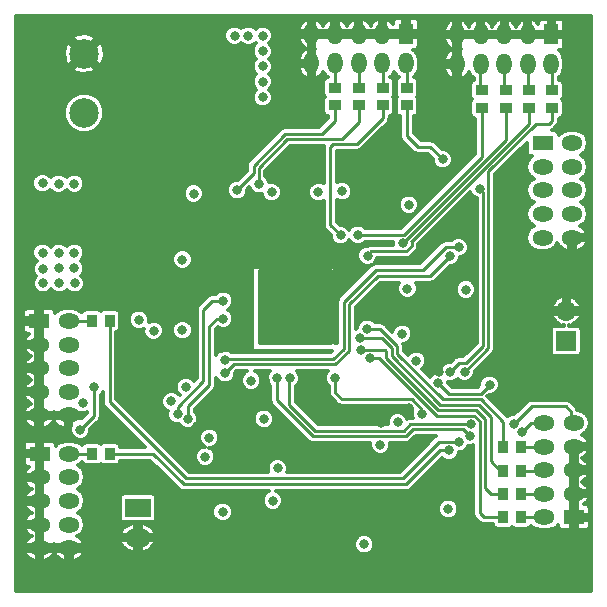
<source format=gbl>
G04 #@! TF.FileFunction,Copper,L4,Bot,Signal*
%FSLAX46Y46*%
G04 Gerber Fmt 4.6, Leading zero omitted, Abs format (unit mm)*
G04 Created by KiCad (PCBNEW 4.0.5) date 08/31/17 21:58:28*
%MOMM*%
%LPD*%
G01*
G04 APERTURE LIST*
%ADD10C,0.100000*%
%ADD11R,1.700000X1.700000*%
%ADD12O,1.700000X1.700000*%
%ADD13R,2.199640X1.524000*%
%ADD14O,2.199640X1.524000*%
%ADD15R,1.300000X1.800000*%
%ADD16O,1.300000X1.800000*%
%ADD17R,1.800000X1.300000*%
%ADD18O,1.800000X1.300000*%
%ADD19C,2.500000*%
%ADD20R,1.000760X0.899160*%
%ADD21R,0.899160X1.000760*%
%ADD22C,1.200000*%
%ADD23C,0.800000*%
%ADD24C,0.500000*%
%ADD25C,0.250000*%
%ADD26C,0.300000*%
G04 APERTURE END LIST*
D10*
D11*
X139242800Y-118211600D03*
D12*
X139242800Y-115671600D03*
D13*
X102971600Y-132334000D03*
D14*
X102971600Y-134874000D03*
D15*
X137982200Y-92260400D03*
D16*
X137982200Y-94760400D03*
X135982200Y-92260400D03*
X135982200Y-94760400D03*
X133982200Y-92260400D03*
X133982200Y-94760400D03*
X131982200Y-92260400D03*
X131982200Y-94760400D03*
X129982200Y-92260400D03*
X129982200Y-94760400D03*
D15*
X125666600Y-92207700D03*
D16*
X125666600Y-94707700D03*
X123666600Y-92207700D03*
X123666600Y-94707700D03*
X121666600Y-92207700D03*
X121666600Y-94707700D03*
X119666600Y-92207700D03*
X119666600Y-94707700D03*
X117666600Y-92207700D03*
X117666600Y-94707700D03*
D17*
X137230800Y-101460800D03*
D18*
X139730800Y-101460800D03*
X137230800Y-103460800D03*
X139730800Y-103460800D03*
X137230800Y-105460800D03*
X139730800Y-105460800D03*
X137230800Y-107460800D03*
X139730800Y-107460800D03*
X137230800Y-109460800D03*
X139730800Y-109460800D03*
D17*
X139883200Y-133146300D03*
D18*
X137383200Y-133146300D03*
X139883200Y-131146300D03*
X137383200Y-131146300D03*
X139883200Y-129146300D03*
X137383200Y-129146300D03*
X139883200Y-127146300D03*
X137383200Y-127146300D03*
X139883200Y-125146300D03*
X137383200Y-125146300D03*
D17*
X94609600Y-116510300D03*
D18*
X97109600Y-116510300D03*
X94609600Y-118510300D03*
X97109600Y-118510300D03*
X94609600Y-120510300D03*
X97109600Y-120510300D03*
X94609600Y-122510300D03*
X97109600Y-122510300D03*
X94609600Y-124510300D03*
X97109600Y-124510300D03*
D17*
X94647700Y-127749800D03*
D18*
X97147700Y-127749800D03*
X94647700Y-129749800D03*
X97147700Y-129749800D03*
X94647700Y-131749800D03*
X97147700Y-131749800D03*
X94647700Y-133749800D03*
X97147700Y-133749800D03*
X94647700Y-135749800D03*
X97147700Y-135749800D03*
D19*
X98425000Y-93893000D03*
X98425000Y-98893000D03*
D20*
X125740000Y-96768160D03*
X125740000Y-98271840D03*
X138070000Y-96988160D03*
X138070000Y-98491840D03*
D21*
X99070160Y-116484400D03*
X100573840Y-116484400D03*
X99070160Y-127762000D03*
X100573840Y-127762000D03*
D20*
X132085600Y-96994160D03*
X132085600Y-98497840D03*
X134117600Y-96994160D03*
X134117600Y-98497840D03*
X136098800Y-96994160D03*
X136098800Y-98497840D03*
X119634600Y-96769860D03*
X119634600Y-98273540D03*
X121666600Y-96769860D03*
X121666600Y-98273540D03*
X123698600Y-96769860D03*
X123698600Y-98273540D03*
D21*
X133918960Y-133146800D03*
X135422640Y-133146800D03*
X133918960Y-131165600D03*
X135422640Y-131165600D03*
X133918960Y-129184400D03*
X135422640Y-129184400D03*
X133918960Y-127152400D03*
X135422640Y-127152400D03*
D22*
X116789200Y-98552000D03*
D23*
X112110000Y-127610000D03*
X129540000Y-108407200D03*
X130860800Y-108407200D03*
X125933200Y-123901200D03*
X107188000Y-121005600D03*
X104241600Y-118719600D03*
X105613200Y-117348000D03*
X128473200Y-120802400D03*
X115671600Y-117500400D03*
X115671600Y-116027200D03*
X117195600Y-113030000D03*
X117195600Y-114503200D03*
X114046000Y-113080800D03*
X115671600Y-113030000D03*
X118567200Y-113030000D03*
X118567200Y-114452400D03*
X118516400Y-116027200D03*
X118465600Y-117500400D03*
X117094000Y-117500400D03*
X114096800Y-117500400D03*
X114096800Y-116027200D03*
X114096800Y-114452400D03*
X115722400Y-114452400D03*
X117144800Y-116027200D03*
X105359200Y-132384800D03*
X104292400Y-135737600D03*
X123545600Y-125120400D03*
X99161600Y-125831600D03*
X108000800Y-125374400D03*
D22*
X111099600Y-102920800D03*
D23*
X130759200Y-132435600D03*
X119024400Y-136804400D03*
X103632000Y-108356400D03*
D22*
X100533200Y-114198400D03*
D23*
X136448800Y-121818400D03*
X112720000Y-128410000D03*
X113639600Y-126288800D03*
X108966000Y-125323600D03*
X124917200Y-128879600D03*
X121869200Y-127558800D03*
X115354100Y-132270500D03*
X115443000Y-102997000D03*
X117094000Y-102997000D03*
X121412000Y-102997000D03*
X125603000Y-116522500D03*
X128270000Y-114935000D03*
X110109000Y-118808500D03*
X113728500Y-121539000D03*
X111250000Y-121540000D03*
X104140000Y-110172500D03*
X106680000Y-106807000D03*
X124841000Y-105600500D03*
X113639600Y-124815600D03*
X108661200Y-128016000D03*
X118237000Y-105600500D03*
X125920500Y-106680000D03*
X114401600Y-131724400D03*
X124968000Y-125095000D03*
X107696000Y-105727500D03*
X107035600Y-122123200D03*
X110340000Y-119820000D03*
X130130000Y-110280000D03*
X129410000Y-110990000D03*
X110350000Y-120930000D03*
X129235200Y-132435600D03*
X98298000Y-123494800D03*
X122123200Y-135432800D03*
X126542800Y-119888000D03*
X96266000Y-104902000D03*
X97586800Y-110744000D03*
X97586800Y-104902000D03*
X94894400Y-104851200D03*
X97586800Y-112064800D03*
X96266000Y-110744000D03*
X97637600Y-113334800D03*
X96316800Y-113334800D03*
X94945200Y-113334800D03*
X94945200Y-112115600D03*
X96266000Y-112064800D03*
X94894400Y-110744000D03*
X110134400Y-132689600D03*
X109016800Y-126390400D03*
X104292400Y-117348000D03*
X114808000Y-128981200D03*
X105791000Y-123317000D03*
X125349000Y-117602000D03*
X130746500Y-113855500D03*
X125793500Y-113792000D03*
X106743500Y-117284500D03*
X106743500Y-111315500D03*
X112560000Y-121560000D03*
X114300000Y-105600500D03*
X120269000Y-105537000D03*
X123494800Y-127000000D03*
X113538000Y-97586800D03*
X113538000Y-92354400D03*
X112318800Y-92354400D03*
X111150400Y-92354400D03*
X113538000Y-96266000D03*
X113538000Y-94945200D03*
X113538000Y-93675200D03*
X107188000Y-124815600D03*
X110185200Y-116332000D03*
X106324400Y-124409200D03*
X110185200Y-114808000D03*
X103047800Y-116408200D03*
X99263200Y-122123200D03*
X98094800Y-125730000D03*
X115824000Y-121361200D03*
X134772400Y-125272800D03*
X131165600Y-125272800D03*
X135483600Y-125933200D03*
X114757200Y-121361200D03*
X131064000Y-126238000D03*
X122377200Y-117195600D03*
X121767600Y-117957600D03*
X121818400Y-118973600D03*
X122580400Y-119684800D03*
X129311400Y-127482600D03*
X130149600Y-126771400D03*
X130630000Y-120800000D03*
X128770000Y-102840000D03*
X131930000Y-105310000D03*
X129430000Y-120810000D03*
X132740400Y-121920000D03*
X128371600Y-121767600D03*
X127000000Y-124358400D03*
X119684800Y-121361200D03*
X111370000Y-105430000D03*
X113230000Y-104940000D03*
X120130000Y-109260000D03*
X121600000Y-109230000D03*
X125430000Y-109930000D03*
X122410000Y-110990000D03*
D24*
X115722400Y-114452400D02*
X115773200Y-114503200D01*
X117144800Y-116027200D02*
X117094000Y-115976400D01*
D25*
X110430000Y-119730000D02*
X110340000Y-119820000D01*
X119530000Y-119730000D02*
X110430000Y-119730000D01*
X120410000Y-118850000D02*
X119530000Y-119730000D01*
X120410000Y-114910000D02*
X120410000Y-118850000D01*
X123120000Y-112200000D02*
X120410000Y-114910000D01*
X127120000Y-112200000D02*
X123120000Y-112200000D01*
X129080000Y-110240000D02*
X127120000Y-112200000D01*
X130090000Y-110240000D02*
X129080000Y-110240000D01*
X130130000Y-110280000D02*
X130090000Y-110240000D01*
X129410000Y-110990000D02*
X127700000Y-112700000D01*
X127700000Y-112700000D02*
X123260000Y-112700000D01*
X123260000Y-112700000D02*
X120870000Y-115090000D01*
X120870000Y-115090000D02*
X120870000Y-119030000D01*
X120870000Y-119030000D02*
X119700000Y-120200000D01*
X119700000Y-120200000D02*
X111080000Y-120200000D01*
X111080000Y-120200000D02*
X110350000Y-120930000D01*
D24*
X94894400Y-104851200D02*
X94894400Y-104902000D01*
X94945200Y-112115600D02*
X94996000Y-112064800D01*
X94894400Y-110744000D02*
X94945200Y-110794800D01*
D25*
X96897700Y-127749800D02*
X99057960Y-127749800D01*
X99057960Y-127749800D02*
X99070160Y-127762000D01*
X107188000Y-124815600D02*
X107188000Y-123748800D01*
X109626400Y-116332000D02*
X110185200Y-116332000D01*
X109016800Y-116941600D02*
X109626400Y-116332000D01*
X109016800Y-121920000D02*
X109016800Y-116941600D01*
X107188000Y-123748800D02*
X109016800Y-121920000D01*
X106324400Y-124409200D02*
X106324400Y-123799600D01*
X109270800Y-114808000D02*
X110185200Y-114808000D01*
X108508800Y-115570000D02*
X109270800Y-114808000D01*
X108508800Y-121615200D02*
X108508800Y-115570000D01*
X106324400Y-123799600D02*
X108508800Y-121615200D01*
X99263200Y-124561600D02*
X99263200Y-122123200D01*
X98094800Y-125730000D02*
X99263200Y-124561600D01*
X99070160Y-116484400D02*
X96885500Y-116484400D01*
X96885500Y-116484400D02*
X96859600Y-116510300D01*
X131165600Y-125272800D02*
X126034800Y-125272800D01*
X115773200Y-121412000D02*
X115824000Y-121361200D01*
X115773200Y-123494800D02*
X115773200Y-121412000D01*
X139633200Y-124190000D02*
X139192000Y-123748800D01*
X139192000Y-123748800D02*
X136296400Y-123748800D01*
X136296400Y-123748800D02*
X134772400Y-125272800D01*
X139633200Y-124190000D02*
X139633200Y-125146300D01*
X115773200Y-123647200D02*
X115773200Y-123494800D01*
X117957600Y-125831600D02*
X115773200Y-123647200D01*
X125476000Y-125831600D02*
X117957600Y-125831600D01*
X126034800Y-125272800D02*
X125476000Y-125831600D01*
X136270500Y-125146300D02*
X135483600Y-125933200D01*
X137633200Y-125146300D02*
X136270500Y-125146300D01*
X114757200Y-123240800D02*
X114757200Y-121361200D01*
X117805200Y-126288800D02*
X114757200Y-123240800D01*
X125628400Y-126288800D02*
X117805200Y-126288800D01*
X126238000Y-125679200D02*
X125628400Y-126288800D01*
X130505200Y-125679200D02*
X126238000Y-125679200D01*
X131064000Y-126238000D02*
X130505200Y-125679200D01*
X138070000Y-96988160D02*
X138070000Y-94598200D01*
X138070000Y-94598200D02*
X137982200Y-94510400D01*
X137970000Y-94522600D02*
X137982200Y-94510400D01*
X125740000Y-96768160D02*
X125740000Y-94531100D01*
X125740000Y-94531100D02*
X125666600Y-94457700D01*
X123698600Y-96769860D02*
X123698600Y-94489700D01*
X123698600Y-94489700D02*
X123666600Y-94457700D01*
X121666600Y-96769860D02*
X121666600Y-94457700D01*
X119634600Y-96769860D02*
X119634600Y-94489700D01*
X119634600Y-94489700D02*
X119666600Y-94457700D01*
X122377200Y-117195600D02*
X123444000Y-117195600D01*
X123444000Y-117195600D02*
X124917200Y-118668800D01*
X124917200Y-118668800D02*
X124917200Y-119278400D01*
X124917200Y-119278400D02*
X128778000Y-123139200D01*
X128778000Y-123139200D02*
X131978400Y-123139200D01*
X131978400Y-123139200D02*
X133918960Y-125079760D01*
X133918960Y-125079760D02*
X133918960Y-127152400D01*
X133918960Y-129184400D02*
X133654800Y-129184400D01*
X133654800Y-129184400D02*
X132842000Y-128371600D01*
X132842000Y-128371600D02*
X132842000Y-124612400D01*
X132842000Y-124612400D02*
X131826000Y-123596400D01*
X131826000Y-123596400D02*
X128574800Y-123596400D01*
X128574800Y-123596400D02*
X124460000Y-119481600D01*
X124460000Y-119481600D02*
X124460000Y-118821200D01*
X124460000Y-118821200D02*
X123596400Y-117957600D01*
X123596400Y-117957600D02*
X121767600Y-117957600D01*
X133918960Y-129184400D02*
X133858000Y-129184400D01*
X133918960Y-131165600D02*
X132892800Y-131165600D01*
X132892800Y-131165600D02*
X132384800Y-130657600D01*
X132384800Y-130657600D02*
X132384800Y-124815600D01*
X132384800Y-124815600D02*
X131622800Y-124053600D01*
X131622800Y-124053600D02*
X128371600Y-124053600D01*
X128371600Y-124053600D02*
X124002800Y-119684800D01*
X124002800Y-119684800D02*
X124002800Y-119075200D01*
X124002800Y-119075200D02*
X123901200Y-118973600D01*
X123901200Y-118973600D02*
X121818400Y-118973600D01*
X133918960Y-133146800D02*
X132283200Y-133146800D01*
X123393200Y-119684800D02*
X122580400Y-119684800D01*
X128264859Y-124556459D02*
X123393200Y-119684800D01*
X131465259Y-124556459D02*
X128264859Y-124556459D01*
X131927600Y-125018800D02*
X131465259Y-124556459D01*
X131927600Y-132791200D02*
X131927600Y-125018800D01*
X132283200Y-133146800D02*
X131927600Y-132791200D01*
X104267000Y-127762000D02*
X106857800Y-130352800D01*
X100573840Y-127762000D02*
X104267000Y-127762000D01*
X128549400Y-127482600D02*
X129311400Y-127482600D01*
X125679200Y-130352800D02*
X128549400Y-127482600D01*
X106857800Y-130352800D02*
X125679200Y-130352800D01*
X100573840Y-116484400D02*
X100573840Y-123383040D01*
X128447800Y-126771400D02*
X130149600Y-126771400D01*
X125374400Y-129844800D02*
X128447800Y-126771400D01*
X107035600Y-129844800D02*
X125374400Y-129844800D01*
X100573840Y-123383040D02*
X107035600Y-129844800D01*
X138070000Y-99560000D02*
X138070000Y-98491840D01*
X137810000Y-99820000D02*
X138070000Y-99560000D01*
X136660000Y-99820000D02*
X137810000Y-99820000D01*
X132630000Y-103850000D02*
X136660000Y-99820000D01*
X132630000Y-118800000D02*
X132630000Y-103850000D01*
X130630000Y-120800000D02*
X132630000Y-118800000D01*
X135422640Y-133146800D02*
X137632700Y-133146800D01*
X137632700Y-133146800D02*
X137633200Y-133146300D01*
X135422640Y-131165600D02*
X137613900Y-131165600D01*
X137613900Y-131165600D02*
X137633200Y-131146300D01*
X135422640Y-129184400D02*
X137595100Y-129184400D01*
X137595100Y-129184400D02*
X137633200Y-129146300D01*
X135422640Y-127152400D02*
X137627100Y-127152400D01*
X137627100Y-127152400D02*
X137633200Y-127146300D01*
X135988800Y-96924160D02*
X135988800Y-94517000D01*
X135988800Y-94517000D02*
X135982200Y-94510400D01*
X134007600Y-96924160D02*
X134007600Y-94535800D01*
X134007600Y-94535800D02*
X133982200Y-94510400D01*
X131975600Y-96924160D02*
X131975600Y-94517000D01*
X131975600Y-94517000D02*
X131982200Y-94510400D01*
X125740000Y-100870000D02*
X125740000Y-98271840D01*
X126670000Y-101800000D02*
X125740000Y-100870000D01*
X127730000Y-101800000D02*
X126670000Y-101800000D01*
X128770000Y-102840000D02*
X127730000Y-101800000D01*
X132220000Y-105600000D02*
X131930000Y-105310000D01*
X132220000Y-118617598D02*
X132220000Y-105600000D01*
X130747139Y-120090459D02*
X132220000Y-118617598D01*
X130149541Y-120090459D02*
X130747139Y-120090459D01*
X129430000Y-120810000D02*
X130149541Y-120090459D01*
X126187200Y-123139200D02*
X120243600Y-123139200D01*
X127000000Y-124053600D02*
X126187200Y-123139200D01*
X132740400Y-121920000D02*
X131978400Y-122682000D01*
X131978400Y-122682000D02*
X129286000Y-122682000D01*
X129286000Y-122682000D02*
X128371600Y-121767600D01*
X127000000Y-124358400D02*
X127000000Y-124053600D01*
X119684800Y-122580400D02*
X119684800Y-121361200D01*
X120243600Y-123139200D02*
X119684800Y-122580400D01*
X119634600Y-98273540D02*
X119634600Y-99574600D01*
X111370000Y-105430000D02*
X112780000Y-104020000D01*
X112780000Y-104020000D02*
X112780000Y-103390000D01*
X112780000Y-103390000D02*
X115460000Y-100710000D01*
X115460000Y-100710000D02*
X118530000Y-100710000D01*
X118530000Y-100710000D02*
X119650000Y-99590000D01*
X119634600Y-99574600D02*
X119650000Y-99590000D01*
X121666600Y-99673400D02*
X121666600Y-98273540D01*
X120210000Y-101130000D02*
X121666600Y-99673400D01*
X115609082Y-101130000D02*
X120210000Y-101130000D01*
X113182402Y-103556680D02*
X115609082Y-101130000D01*
X113182402Y-104892402D02*
X113182402Y-103556680D01*
X113230000Y-104940000D02*
X113182402Y-104892402D01*
X123698600Y-99331400D02*
X123698600Y-98273540D01*
X121480000Y-101550000D02*
X123698600Y-99331400D01*
X119510000Y-101550000D02*
X121480000Y-101550000D01*
X119270000Y-101790000D02*
X119510000Y-101550000D01*
X119270000Y-108400000D02*
X119270000Y-101790000D01*
X120130000Y-109260000D02*
X119270000Y-108400000D01*
X132085600Y-98497840D02*
X132085600Y-102654400D01*
X125510000Y-109230000D02*
X121600000Y-109230000D01*
X132085600Y-102654400D02*
X125510000Y-109230000D01*
X134117600Y-98497840D02*
X134117600Y-101202400D01*
X125430000Y-109890000D02*
X125430000Y-109930000D01*
X134117600Y-101202400D02*
X125430000Y-109890000D01*
X122410000Y-110990000D02*
X122410000Y-110940000D01*
X126140000Y-110180000D02*
X126140000Y-109760000D01*
X125700000Y-110620000D02*
X126140000Y-110180000D01*
X122730000Y-110620000D02*
X125700000Y-110620000D01*
X122410000Y-110940000D02*
X122730000Y-110620000D01*
X136098800Y-99801200D02*
X136098800Y-98497840D01*
X136098800Y-99801200D02*
X126140000Y-109760000D01*
X126140000Y-109760000D02*
X126130000Y-109770000D01*
G36*
X119356600Y-118391400D02*
X113205800Y-118391400D01*
X113205800Y-112240600D01*
X119356600Y-112240600D01*
X119356600Y-118391400D01*
X119356600Y-118391400D01*
G37*
X119356600Y-118391400D02*
X113205800Y-118391400D01*
X113205800Y-112240600D01*
X119356600Y-112240600D01*
X119356600Y-118391400D01*
D26*
G36*
X141328000Y-139359500D02*
X92669500Y-139359500D01*
X92669500Y-136140470D01*
X93369411Y-136140470D01*
X93520411Y-136418089D01*
X93842934Y-136702942D01*
X94249915Y-136842688D01*
X94422700Y-136739851D01*
X94422700Y-135974800D01*
X94872700Y-135974800D01*
X94872700Y-136739851D01*
X95045485Y-136842688D01*
X95452466Y-136702942D01*
X95774989Y-136418089D01*
X95897700Y-136192480D01*
X96020411Y-136418089D01*
X96342934Y-136702942D01*
X96749915Y-136842688D01*
X96922700Y-136739851D01*
X96922700Y-135974800D01*
X97372700Y-135974800D01*
X97372700Y-136739851D01*
X97545485Y-136842688D01*
X97952466Y-136702942D01*
X98274989Y-136418089D01*
X98425989Y-136140470D01*
X98359225Y-135974800D01*
X97372700Y-135974800D01*
X96922700Y-135974800D01*
X95936175Y-135974800D01*
X95897700Y-136070273D01*
X95859225Y-135974800D01*
X94872700Y-135974800D01*
X94422700Y-135974800D01*
X93436175Y-135974800D01*
X93369411Y-136140470D01*
X92669500Y-136140470D01*
X92669500Y-134140470D01*
X93369411Y-134140470D01*
X93520411Y-134418089D01*
X93842934Y-134702942D01*
X93979398Y-134749800D01*
X93842934Y-134796658D01*
X93520411Y-135081511D01*
X93369411Y-135359130D01*
X93436175Y-135524800D01*
X94422700Y-135524800D01*
X94422700Y-134759749D01*
X94405984Y-134749800D01*
X94422700Y-134739851D01*
X94422700Y-133974800D01*
X93436175Y-133974800D01*
X93369411Y-134140470D01*
X92669500Y-134140470D01*
X92669500Y-132140470D01*
X93369411Y-132140470D01*
X93520411Y-132418089D01*
X93842934Y-132702942D01*
X93979398Y-132749800D01*
X93842934Y-132796658D01*
X93520411Y-133081511D01*
X93369411Y-133359130D01*
X93436175Y-133524800D01*
X94422700Y-133524800D01*
X94422700Y-132759749D01*
X94405984Y-132749800D01*
X94422700Y-132739851D01*
X94422700Y-131974800D01*
X93436175Y-131974800D01*
X93369411Y-132140470D01*
X92669500Y-132140470D01*
X92669500Y-130140470D01*
X93369411Y-130140470D01*
X93520411Y-130418089D01*
X93842934Y-130702942D01*
X93979398Y-130749800D01*
X93842934Y-130796658D01*
X93520411Y-131081511D01*
X93369411Y-131359130D01*
X93436175Y-131524800D01*
X94422700Y-131524800D01*
X94422700Y-130759749D01*
X94405984Y-130749800D01*
X94422700Y-130739851D01*
X94422700Y-129974800D01*
X93436175Y-129974800D01*
X93369411Y-130140470D01*
X92669500Y-130140470D01*
X92669500Y-128087300D01*
X93297700Y-128087300D01*
X93297700Y-128489311D01*
X93366209Y-128654705D01*
X93492796Y-128781292D01*
X93658190Y-128849800D01*
X93782764Y-128849800D01*
X93520411Y-129081511D01*
X93369411Y-129359130D01*
X93436175Y-129524800D01*
X94422700Y-129524800D01*
X94422700Y-128759749D01*
X94408627Y-128751373D01*
X94422700Y-128737300D01*
X94422700Y-127974800D01*
X93410200Y-127974800D01*
X93297700Y-128087300D01*
X92669500Y-128087300D01*
X92669500Y-127010289D01*
X93297700Y-127010289D01*
X93297700Y-127412300D01*
X93410200Y-127524800D01*
X94422700Y-127524800D01*
X94422700Y-126762300D01*
X94310200Y-126649800D01*
X93658190Y-126649800D01*
X93492796Y-126718308D01*
X93366209Y-126844895D01*
X93297700Y-127010289D01*
X92669500Y-127010289D01*
X92669500Y-124900970D01*
X93331311Y-124900970D01*
X93482311Y-125178589D01*
X93804834Y-125463442D01*
X94211815Y-125603188D01*
X94384600Y-125500351D01*
X94384600Y-124735300D01*
X94834600Y-124735300D01*
X94834600Y-125500351D01*
X95007385Y-125603188D01*
X95414366Y-125463442D01*
X95736889Y-125178589D01*
X95859600Y-124952980D01*
X95982311Y-125178589D01*
X96304834Y-125463442D01*
X96711815Y-125603188D01*
X96884600Y-125500351D01*
X96884600Y-124735300D01*
X95898075Y-124735300D01*
X95859600Y-124830773D01*
X95821125Y-124735300D01*
X94834600Y-124735300D01*
X94384600Y-124735300D01*
X93398075Y-124735300D01*
X93331311Y-124900970D01*
X92669500Y-124900970D01*
X92669500Y-122900970D01*
X93331311Y-122900970D01*
X93482311Y-123178589D01*
X93804834Y-123463442D01*
X93941298Y-123510300D01*
X93804834Y-123557158D01*
X93482311Y-123842011D01*
X93331311Y-124119630D01*
X93398075Y-124285300D01*
X94384600Y-124285300D01*
X94384600Y-123520249D01*
X94367884Y-123510300D01*
X94384600Y-123500351D01*
X94384600Y-122735300D01*
X93398075Y-122735300D01*
X93331311Y-122900970D01*
X92669500Y-122900970D01*
X92669500Y-120900970D01*
X93331311Y-120900970D01*
X93482311Y-121178589D01*
X93804834Y-121463442D01*
X93941298Y-121510300D01*
X93804834Y-121557158D01*
X93482311Y-121842011D01*
X93331311Y-122119630D01*
X93398075Y-122285300D01*
X94384600Y-122285300D01*
X94384600Y-121520249D01*
X94367884Y-121510300D01*
X94384600Y-121500351D01*
X94384600Y-120735300D01*
X93398075Y-120735300D01*
X93331311Y-120900970D01*
X92669500Y-120900970D01*
X92669500Y-118900970D01*
X93331311Y-118900970D01*
X93482311Y-119178589D01*
X93804834Y-119463442D01*
X93941298Y-119510300D01*
X93804834Y-119557158D01*
X93482311Y-119842011D01*
X93331311Y-120119630D01*
X93398075Y-120285300D01*
X94384600Y-120285300D01*
X94384600Y-119520249D01*
X94367884Y-119510300D01*
X94384600Y-119500351D01*
X94384600Y-118735300D01*
X93398075Y-118735300D01*
X93331311Y-118900970D01*
X92669500Y-118900970D01*
X92669500Y-116847800D01*
X93259600Y-116847800D01*
X93259600Y-117249811D01*
X93328109Y-117415205D01*
X93454696Y-117541792D01*
X93620090Y-117610300D01*
X93744664Y-117610300D01*
X93482311Y-117842011D01*
X93331311Y-118119630D01*
X93398075Y-118285300D01*
X94384600Y-118285300D01*
X94384600Y-117520249D01*
X94370527Y-117511873D01*
X94384600Y-117497800D01*
X94384600Y-116735300D01*
X93372100Y-116735300D01*
X93259600Y-116847800D01*
X92669500Y-116847800D01*
X92669500Y-115770789D01*
X93259600Y-115770789D01*
X93259600Y-116172800D01*
X93372100Y-116285300D01*
X94384600Y-116285300D01*
X94384600Y-115522800D01*
X94834600Y-115522800D01*
X94834600Y-116285300D01*
X94854600Y-116285300D01*
X94854600Y-116735300D01*
X94834600Y-116735300D01*
X94834600Y-117497800D01*
X94848673Y-117511873D01*
X94834600Y-117520249D01*
X94834600Y-118285300D01*
X94854600Y-118285300D01*
X94854600Y-118735300D01*
X94834600Y-118735300D01*
X94834600Y-119500351D01*
X94851316Y-119510300D01*
X94834600Y-119520249D01*
X94834600Y-120285300D01*
X94854600Y-120285300D01*
X94854600Y-120735300D01*
X94834600Y-120735300D01*
X94834600Y-121500351D01*
X94851316Y-121510300D01*
X94834600Y-121520249D01*
X94834600Y-122285300D01*
X94854600Y-122285300D01*
X94854600Y-122735300D01*
X94834600Y-122735300D01*
X94834600Y-123500351D01*
X94851316Y-123510300D01*
X94834600Y-123520249D01*
X94834600Y-124285300D01*
X95821125Y-124285300D01*
X95859600Y-124189827D01*
X95898075Y-124285300D01*
X96884600Y-124285300D01*
X96884600Y-124265300D01*
X97334600Y-124265300D01*
X97334600Y-124285300D01*
X97985248Y-124285300D01*
X98128183Y-124344652D01*
X98466334Y-124344947D01*
X98688200Y-124253274D01*
X98688200Y-124323428D01*
X98276328Y-124735300D01*
X97334600Y-124735300D01*
X97334600Y-125344278D01*
X97244948Y-125560183D01*
X97244653Y-125898334D01*
X97373785Y-126210857D01*
X97612685Y-126450174D01*
X97924983Y-126579852D01*
X98263134Y-126580147D01*
X98575657Y-126451015D01*
X98814974Y-126212115D01*
X98944652Y-125899817D01*
X98944832Y-125693140D01*
X99669786Y-124968186D01*
X99794431Y-124781643D01*
X99803649Y-124735300D01*
X99838200Y-124561600D01*
X99838200Y-122750236D01*
X99983374Y-122605315D01*
X99998840Y-122568069D01*
X99998840Y-123383040D01*
X100041280Y-123596400D01*
X100042609Y-123603083D01*
X100167254Y-123789626D01*
X103564627Y-127187000D01*
X101468195Y-127187000D01*
X101450858Y-127094860D01*
X101352303Y-126941701D01*
X101201925Y-126838952D01*
X101023420Y-126802804D01*
X100124260Y-126802804D01*
X99957500Y-126834182D01*
X99820390Y-126922410D01*
X99698245Y-126838952D01*
X99519740Y-126802804D01*
X98620580Y-126802804D01*
X98453820Y-126834182D01*
X98300661Y-126932737D01*
X98237504Y-127025171D01*
X98201965Y-126971983D01*
X97845100Y-126733533D01*
X97424148Y-126649800D01*
X96871252Y-126649800D01*
X96450300Y-126733533D01*
X96093435Y-126971983D01*
X95997700Y-127115260D01*
X95997700Y-127010289D01*
X95929191Y-126844895D01*
X95802604Y-126718308D01*
X95637210Y-126649800D01*
X94985200Y-126649800D01*
X94872700Y-126762300D01*
X94872700Y-127524800D01*
X94892700Y-127524800D01*
X94892700Y-127974800D01*
X94872700Y-127974800D01*
X94872700Y-128737300D01*
X94886773Y-128751373D01*
X94872700Y-128759749D01*
X94872700Y-129524800D01*
X94892700Y-129524800D01*
X94892700Y-129974800D01*
X94872700Y-129974800D01*
X94872700Y-130739851D01*
X94889416Y-130749800D01*
X94872700Y-130759749D01*
X94872700Y-131524800D01*
X94892700Y-131524800D01*
X94892700Y-131974800D01*
X94872700Y-131974800D01*
X94872700Y-132739851D01*
X94889416Y-132749800D01*
X94872700Y-132759749D01*
X94872700Y-133524800D01*
X94892700Y-133524800D01*
X94892700Y-133974800D01*
X94872700Y-133974800D01*
X94872700Y-134739851D01*
X94889416Y-134749800D01*
X94872700Y-134759749D01*
X94872700Y-135524800D01*
X95859225Y-135524800D01*
X95897700Y-135429327D01*
X95936175Y-135524800D01*
X96922700Y-135524800D01*
X96922700Y-135504800D01*
X97372700Y-135504800D01*
X97372700Y-135524800D01*
X98359225Y-135524800D01*
X98425989Y-135359130D01*
X98384328Y-135282533D01*
X101492708Y-135282533D01*
X101711138Y-135683792D01*
X102091264Y-135975230D01*
X102553983Y-136099016D01*
X102746600Y-135983917D01*
X102746600Y-135099000D01*
X103196600Y-135099000D01*
X103196600Y-135983917D01*
X103389217Y-136099016D01*
X103851936Y-135975230D01*
X104232062Y-135683792D01*
X104277057Y-135601134D01*
X121273053Y-135601134D01*
X121402185Y-135913657D01*
X121641085Y-136152974D01*
X121953383Y-136282652D01*
X122291534Y-136282947D01*
X122604057Y-136153815D01*
X122843374Y-135914915D01*
X122973052Y-135602617D01*
X122973347Y-135264466D01*
X122844215Y-134951943D01*
X122605315Y-134712626D01*
X122293017Y-134582948D01*
X121954866Y-134582653D01*
X121642343Y-134711785D01*
X121403026Y-134950685D01*
X121273348Y-135262983D01*
X121273053Y-135601134D01*
X104277057Y-135601134D01*
X104450492Y-135282533D01*
X104385652Y-135099000D01*
X103196600Y-135099000D01*
X102746600Y-135099000D01*
X101557548Y-135099000D01*
X101492708Y-135282533D01*
X98384328Y-135282533D01*
X98274989Y-135081511D01*
X97952466Y-134796658D01*
X97851304Y-134761922D01*
X98201965Y-134527617D01*
X98243492Y-134465467D01*
X101492708Y-134465467D01*
X101557548Y-134649000D01*
X102746600Y-134649000D01*
X102746600Y-133764083D01*
X103196600Y-133764083D01*
X103196600Y-134649000D01*
X104385652Y-134649000D01*
X104450492Y-134465467D01*
X104232062Y-134064208D01*
X103851936Y-133772770D01*
X103389217Y-133648984D01*
X103196600Y-133764083D01*
X102746600Y-133764083D01*
X102553983Y-133648984D01*
X102091264Y-133772770D01*
X101711138Y-134064208D01*
X101492708Y-134465467D01*
X98243492Y-134465467D01*
X98440415Y-134170752D01*
X98524148Y-133749800D01*
X98440415Y-133328848D01*
X98201965Y-132971983D01*
X97869445Y-132749800D01*
X98201965Y-132527617D01*
X98440415Y-132170752D01*
X98524148Y-131749800D01*
X98488782Y-131572000D01*
X101412964Y-131572000D01*
X101412964Y-133096000D01*
X101444342Y-133262760D01*
X101542897Y-133415919D01*
X101693275Y-133518668D01*
X101871780Y-133554816D01*
X104071420Y-133554816D01*
X104238180Y-133523438D01*
X104391339Y-133424883D01*
X104494088Y-133274505D01*
X104530236Y-133096000D01*
X104530236Y-132857934D01*
X109284253Y-132857934D01*
X109413385Y-133170457D01*
X109652285Y-133409774D01*
X109964583Y-133539452D01*
X110302734Y-133539747D01*
X110615257Y-133410615D01*
X110854574Y-133171715D01*
X110984252Y-132859417D01*
X110984474Y-132603934D01*
X128385053Y-132603934D01*
X128514185Y-132916457D01*
X128753085Y-133155774D01*
X129065383Y-133285452D01*
X129403534Y-133285747D01*
X129716057Y-133156615D01*
X129955374Y-132917715D01*
X130085052Y-132605417D01*
X130085347Y-132267266D01*
X129956215Y-131954743D01*
X129717315Y-131715426D01*
X129405017Y-131585748D01*
X129066866Y-131585453D01*
X128754343Y-131714585D01*
X128515026Y-131953485D01*
X128385348Y-132265783D01*
X128385053Y-132603934D01*
X110984474Y-132603934D01*
X110984547Y-132521266D01*
X110855415Y-132208743D01*
X110616515Y-131969426D01*
X110304217Y-131839748D01*
X109966066Y-131839453D01*
X109653543Y-131968585D01*
X109414226Y-132207485D01*
X109284548Y-132519783D01*
X109284253Y-132857934D01*
X104530236Y-132857934D01*
X104530236Y-131572000D01*
X104498858Y-131405240D01*
X104400303Y-131252081D01*
X104249925Y-131149332D01*
X104071420Y-131113184D01*
X101871780Y-131113184D01*
X101705020Y-131144562D01*
X101551861Y-131243117D01*
X101449112Y-131393495D01*
X101412964Y-131572000D01*
X98488782Y-131572000D01*
X98440415Y-131328848D01*
X98201965Y-130971983D01*
X97869445Y-130749800D01*
X98201965Y-130527617D01*
X98440415Y-130170752D01*
X98524148Y-129749800D01*
X98440415Y-129328848D01*
X98201965Y-128971983D01*
X97869445Y-128749800D01*
X98201965Y-128527617D01*
X98229751Y-128486032D01*
X98291697Y-128582299D01*
X98442075Y-128685048D01*
X98620580Y-128721196D01*
X99519740Y-128721196D01*
X99686500Y-128689818D01*
X99823610Y-128601590D01*
X99945755Y-128685048D01*
X100124260Y-128721196D01*
X101023420Y-128721196D01*
X101190180Y-128689818D01*
X101343339Y-128591263D01*
X101446088Y-128440885D01*
X101467125Y-128337000D01*
X104028828Y-128337000D01*
X106451213Y-130759386D01*
X106575883Y-130842688D01*
X106637757Y-130884031D01*
X106857800Y-130927800D01*
X114103672Y-130927800D01*
X113920743Y-131003385D01*
X113681426Y-131242285D01*
X113551748Y-131554583D01*
X113551453Y-131892734D01*
X113680585Y-132205257D01*
X113919485Y-132444574D01*
X114231783Y-132574252D01*
X114569934Y-132574547D01*
X114882457Y-132445415D01*
X115121774Y-132206515D01*
X115251452Y-131894217D01*
X115251747Y-131556066D01*
X115122615Y-131243543D01*
X114883715Y-131004226D01*
X114699662Y-130927800D01*
X125679200Y-130927800D01*
X125899243Y-130884031D01*
X126085786Y-130759386D01*
X128735923Y-128109249D01*
X128829285Y-128202774D01*
X129141583Y-128332452D01*
X129479734Y-128332747D01*
X129792257Y-128203615D01*
X130031574Y-127964715D01*
X130161252Y-127652417D01*
X130161279Y-127621410D01*
X130317934Y-127621547D01*
X130630457Y-127492415D01*
X130869774Y-127253515D01*
X130938548Y-127087891D01*
X131232334Y-127088147D01*
X131352600Y-127038454D01*
X131352600Y-132791200D01*
X131379564Y-132926757D01*
X131396369Y-133011243D01*
X131521014Y-133197786D01*
X131876613Y-133553386D01*
X132019685Y-133648984D01*
X132063157Y-133678031D01*
X132283200Y-133721800D01*
X133024605Y-133721800D01*
X133041942Y-133813940D01*
X133140497Y-133967099D01*
X133290875Y-134069848D01*
X133469380Y-134105996D01*
X134368540Y-134105996D01*
X134535300Y-134074618D01*
X134672410Y-133986390D01*
X134794555Y-134069848D01*
X134973060Y-134105996D01*
X135872220Y-134105996D01*
X136038980Y-134074618D01*
X136192139Y-133976063D01*
X136278849Y-133849158D01*
X136328935Y-133924117D01*
X136685800Y-134162567D01*
X137106752Y-134246300D01*
X137659648Y-134246300D01*
X138080600Y-134162567D01*
X138437465Y-133924117D01*
X138533200Y-133780840D01*
X138533200Y-133885811D01*
X138601709Y-134051205D01*
X138728296Y-134177792D01*
X138893690Y-134246300D01*
X139545700Y-134246300D01*
X139658200Y-134133800D01*
X139658200Y-133371300D01*
X140108200Y-133371300D01*
X140108200Y-134133800D01*
X140220700Y-134246300D01*
X140872710Y-134246300D01*
X141038104Y-134177792D01*
X141164691Y-134051205D01*
X141233200Y-133885811D01*
X141233200Y-133483800D01*
X141120700Y-133371300D01*
X140108200Y-133371300D01*
X139658200Y-133371300D01*
X139638200Y-133371300D01*
X139638200Y-132921300D01*
X139658200Y-132921300D01*
X139658200Y-132158800D01*
X139644127Y-132144727D01*
X139658200Y-132136351D01*
X139658200Y-131371300D01*
X140108200Y-131371300D01*
X140108200Y-132136351D01*
X140122273Y-132144727D01*
X140108200Y-132158800D01*
X140108200Y-132921300D01*
X141120700Y-132921300D01*
X141233200Y-132808800D01*
X141233200Y-132406789D01*
X141164691Y-132241395D01*
X141038104Y-132114808D01*
X140872710Y-132046300D01*
X140748136Y-132046300D01*
X141010489Y-131814589D01*
X141161489Y-131536970D01*
X141094725Y-131371300D01*
X140108200Y-131371300D01*
X139658200Y-131371300D01*
X139638200Y-131371300D01*
X139638200Y-130921300D01*
X139658200Y-130921300D01*
X139658200Y-130156249D01*
X139641484Y-130146300D01*
X139658200Y-130136351D01*
X139658200Y-129371300D01*
X140108200Y-129371300D01*
X140108200Y-130136351D01*
X140124916Y-130146300D01*
X140108200Y-130156249D01*
X140108200Y-130921300D01*
X141094725Y-130921300D01*
X141161489Y-130755630D01*
X141010489Y-130478011D01*
X140687966Y-130193158D01*
X140551502Y-130146300D01*
X140687966Y-130099442D01*
X141010489Y-129814589D01*
X141161489Y-129536970D01*
X141094725Y-129371300D01*
X140108200Y-129371300D01*
X139658200Y-129371300D01*
X139638200Y-129371300D01*
X139638200Y-128921300D01*
X139658200Y-128921300D01*
X139658200Y-128156249D01*
X139641484Y-128146300D01*
X139658200Y-128136351D01*
X139658200Y-127371300D01*
X140108200Y-127371300D01*
X140108200Y-128136351D01*
X140124916Y-128146300D01*
X140108200Y-128156249D01*
X140108200Y-128921300D01*
X141094725Y-128921300D01*
X141161489Y-128755630D01*
X141010489Y-128478011D01*
X140687966Y-128193158D01*
X140551502Y-128146300D01*
X140687966Y-128099442D01*
X141010489Y-127814589D01*
X141161489Y-127536970D01*
X141094725Y-127371300D01*
X140108200Y-127371300D01*
X139658200Y-127371300D01*
X139638200Y-127371300D01*
X139638200Y-126921300D01*
X139658200Y-126921300D01*
X139658200Y-126901300D01*
X140108200Y-126901300D01*
X140108200Y-126921300D01*
X141094725Y-126921300D01*
X141161489Y-126755630D01*
X141010489Y-126478011D01*
X140687966Y-126193158D01*
X140586804Y-126158422D01*
X140937465Y-125924117D01*
X141175915Y-125567252D01*
X141259648Y-125146300D01*
X141175915Y-124725348D01*
X140937465Y-124368483D01*
X140580600Y-124130033D01*
X140180439Y-124050436D01*
X140164431Y-123969957D01*
X140039786Y-123783414D01*
X139598586Y-123342214D01*
X139412043Y-123217569D01*
X139390234Y-123213231D01*
X139192000Y-123173800D01*
X136296400Y-123173800D01*
X136098166Y-123213231D01*
X136076357Y-123217569D01*
X135889813Y-123342214D01*
X134809196Y-124422832D01*
X134604066Y-124422653D01*
X134291543Y-124551785D01*
X134247812Y-124595439D01*
X132562972Y-122910600D01*
X132703604Y-122769968D01*
X132908734Y-122770147D01*
X133221257Y-122641015D01*
X133460574Y-122402115D01*
X133590252Y-122089817D01*
X133590547Y-121751666D01*
X133461415Y-121439143D01*
X133222515Y-121199826D01*
X132910217Y-121070148D01*
X132572066Y-121069853D01*
X132259543Y-121198985D01*
X132020226Y-121437885D01*
X131890548Y-121750183D01*
X131890368Y-121956860D01*
X131740228Y-122107000D01*
X129524172Y-122107000D01*
X129221568Y-121804396D01*
X129221708Y-121643876D01*
X129260183Y-121659852D01*
X129598334Y-121660147D01*
X129910857Y-121531015D01*
X130034998Y-121407090D01*
X130147885Y-121520174D01*
X130460183Y-121649852D01*
X130798334Y-121650147D01*
X131110857Y-121521015D01*
X131350174Y-121282115D01*
X131479852Y-120969817D01*
X131480032Y-120763140D01*
X133036586Y-119206586D01*
X133161231Y-119020043D01*
X133170469Y-118973600D01*
X133205000Y-118800000D01*
X133205000Y-117361600D01*
X137933984Y-117361600D01*
X137933984Y-119061600D01*
X137965362Y-119228360D01*
X138063917Y-119381519D01*
X138214295Y-119484268D01*
X138392800Y-119520416D01*
X140092800Y-119520416D01*
X140259560Y-119489038D01*
X140412719Y-119390483D01*
X140515468Y-119240105D01*
X140551616Y-119061600D01*
X140551616Y-117361600D01*
X140520238Y-117194840D01*
X140421683Y-117041681D01*
X140271305Y-116938932D01*
X140092800Y-116902784D01*
X139467802Y-116902784D01*
X139467802Y-116839502D01*
X139665329Y-116901039D01*
X140103652Y-116645759D01*
X140410918Y-116242172D01*
X140472220Y-116094126D01*
X140408789Y-115896600D01*
X139467800Y-115896600D01*
X139467800Y-115916600D01*
X139017800Y-115916600D01*
X139017800Y-115896600D01*
X138076811Y-115896600D01*
X138013380Y-116094126D01*
X138074682Y-116242172D01*
X138381948Y-116645759D01*
X138820271Y-116901039D01*
X139017798Y-116839502D01*
X139017798Y-116902784D01*
X138392800Y-116902784D01*
X138226040Y-116934162D01*
X138072881Y-117032717D01*
X137970132Y-117183095D01*
X137933984Y-117361600D01*
X133205000Y-117361600D01*
X133205000Y-115249074D01*
X138013380Y-115249074D01*
X138076811Y-115446600D01*
X139017800Y-115446600D01*
X139017800Y-114503699D01*
X139467800Y-114503699D01*
X139467800Y-115446600D01*
X140408789Y-115446600D01*
X140472220Y-115249074D01*
X140410918Y-115101028D01*
X140103652Y-114697441D01*
X139665329Y-114442161D01*
X139467800Y-114503699D01*
X139017800Y-114503699D01*
X138820271Y-114442161D01*
X138381948Y-114697441D01*
X138074682Y-115101028D01*
X138013380Y-115249074D01*
X133205000Y-115249074D01*
X133205000Y-104088172D01*
X135871984Y-101421189D01*
X135871984Y-102110800D01*
X135903362Y-102277560D01*
X136001917Y-102430719D01*
X136152295Y-102533468D01*
X136330800Y-102569616D01*
X136346200Y-102569616D01*
X136176535Y-102682983D01*
X135938085Y-103039848D01*
X135854352Y-103460800D01*
X135938085Y-103881752D01*
X136176535Y-104238617D01*
X136509055Y-104460800D01*
X136176535Y-104682983D01*
X135938085Y-105039848D01*
X135854352Y-105460800D01*
X135938085Y-105881752D01*
X136176535Y-106238617D01*
X136509055Y-106460800D01*
X136176535Y-106682983D01*
X135938085Y-107039848D01*
X135854352Y-107460800D01*
X135938085Y-107881752D01*
X136176535Y-108238617D01*
X136509055Y-108460800D01*
X136176535Y-108682983D01*
X135938085Y-109039848D01*
X135854352Y-109460800D01*
X135938085Y-109881752D01*
X136176535Y-110238617D01*
X136533400Y-110477067D01*
X136954352Y-110560800D01*
X137507248Y-110560800D01*
X137928200Y-110477067D01*
X138285065Y-110238617D01*
X138493453Y-109926743D01*
X138603511Y-110129089D01*
X138926034Y-110413942D01*
X139333015Y-110553688D01*
X139505800Y-110450851D01*
X139505800Y-109685800D01*
X139955800Y-109685800D01*
X139955800Y-110450851D01*
X140128585Y-110553688D01*
X140535566Y-110413942D01*
X140858089Y-110129089D01*
X141009089Y-109851470D01*
X140942325Y-109685800D01*
X139955800Y-109685800D01*
X139505800Y-109685800D01*
X139485800Y-109685800D01*
X139485800Y-109235800D01*
X139505800Y-109235800D01*
X139505800Y-109215800D01*
X139955800Y-109215800D01*
X139955800Y-109235800D01*
X140942325Y-109235800D01*
X141009089Y-109070130D01*
X140858089Y-108792511D01*
X140535566Y-108507658D01*
X140434404Y-108472922D01*
X140785065Y-108238617D01*
X141023515Y-107881752D01*
X141107248Y-107460800D01*
X141023515Y-107039848D01*
X140785065Y-106682983D01*
X140452545Y-106460800D01*
X140785065Y-106238617D01*
X141023515Y-105881752D01*
X141107248Y-105460800D01*
X141023515Y-105039848D01*
X140785065Y-104682983D01*
X140452545Y-104460800D01*
X140785065Y-104238617D01*
X141023515Y-103881752D01*
X141107248Y-103460800D01*
X141023515Y-103039848D01*
X140785065Y-102682983D01*
X140452545Y-102460800D01*
X140785065Y-102238617D01*
X141023515Y-101881752D01*
X141107248Y-101460800D01*
X141023515Y-101039848D01*
X140785065Y-100682983D01*
X140428200Y-100444533D01*
X140007248Y-100360800D01*
X139454352Y-100360800D01*
X139033400Y-100444533D01*
X138676535Y-100682983D01*
X138589616Y-100813066D01*
X138589616Y-100810800D01*
X138558238Y-100644040D01*
X138459683Y-100490881D01*
X138309305Y-100388132D01*
X138130800Y-100351984D01*
X138026257Y-100351984D01*
X138030043Y-100351231D01*
X138216586Y-100226586D01*
X138476587Y-99966586D01*
X138601231Y-99780043D01*
X138645000Y-99560000D01*
X138645000Y-99386195D01*
X138737140Y-99368858D01*
X138890299Y-99270303D01*
X138993048Y-99119925D01*
X139029196Y-98941420D01*
X139029196Y-98042260D01*
X138997818Y-97875500D01*
X138909590Y-97738390D01*
X138993048Y-97616245D01*
X139029196Y-97437740D01*
X139029196Y-96538580D01*
X138997818Y-96371820D01*
X138899263Y-96218661D01*
X138748885Y-96115912D01*
X138645000Y-96094875D01*
X138645000Y-95891517D01*
X138760017Y-95814665D01*
X138998467Y-95457800D01*
X139082200Y-95036848D01*
X139082200Y-94483952D01*
X138998467Y-94063000D01*
X138760017Y-93706135D01*
X138616740Y-93610400D01*
X138721711Y-93610400D01*
X138887105Y-93541891D01*
X139013692Y-93415304D01*
X139082200Y-93249910D01*
X139082200Y-92597900D01*
X138969700Y-92485400D01*
X138207200Y-92485400D01*
X138207200Y-92505400D01*
X137757200Y-92505400D01*
X137757200Y-92485400D01*
X136994700Y-92485400D01*
X136980627Y-92499473D01*
X136972251Y-92485400D01*
X136207200Y-92485400D01*
X136207200Y-92505400D01*
X135757200Y-92505400D01*
X135757200Y-92485400D01*
X134992149Y-92485400D01*
X134982200Y-92502116D01*
X134972251Y-92485400D01*
X134207200Y-92485400D01*
X134207200Y-92505400D01*
X133757200Y-92505400D01*
X133757200Y-92485400D01*
X132992149Y-92485400D01*
X132982200Y-92502116D01*
X132972251Y-92485400D01*
X132207200Y-92485400D01*
X132207200Y-92505400D01*
X131757200Y-92505400D01*
X131757200Y-92485400D01*
X130992149Y-92485400D01*
X130982200Y-92502116D01*
X130972251Y-92485400D01*
X130207200Y-92485400D01*
X130207200Y-93471925D01*
X130302673Y-93510400D01*
X130207200Y-93548875D01*
X130207200Y-94535400D01*
X130227200Y-94535400D01*
X130227200Y-94985400D01*
X130207200Y-94985400D01*
X130207200Y-95971925D01*
X130372870Y-96038689D01*
X130650489Y-95887689D01*
X130935342Y-95565166D01*
X130970078Y-95464004D01*
X131204383Y-95814665D01*
X131400600Y-95945773D01*
X131400600Y-96128635D01*
X131265301Y-96215697D01*
X131162552Y-96366075D01*
X131126404Y-96544580D01*
X131126404Y-97443740D01*
X131157782Y-97610500D01*
X131246010Y-97747610D01*
X131162552Y-97869755D01*
X131126404Y-98048260D01*
X131126404Y-98947420D01*
X131157782Y-99114180D01*
X131256337Y-99267339D01*
X131406715Y-99370088D01*
X131510600Y-99391125D01*
X131510600Y-102416227D01*
X125271828Y-108655000D01*
X122227036Y-108655000D01*
X122082115Y-108509826D01*
X121769817Y-108380148D01*
X121431666Y-108379853D01*
X121119143Y-108508985D01*
X120879826Y-108747885D01*
X120858911Y-108798253D01*
X120851015Y-108779143D01*
X120612115Y-108539826D01*
X120299817Y-108410148D01*
X120093140Y-108409968D01*
X119845000Y-108161828D01*
X119845000Y-106848334D01*
X125070353Y-106848334D01*
X125199485Y-107160857D01*
X125438385Y-107400174D01*
X125750683Y-107529852D01*
X126088834Y-107530147D01*
X126401357Y-107401015D01*
X126640674Y-107162115D01*
X126770352Y-106849817D01*
X126770647Y-106511666D01*
X126641515Y-106199143D01*
X126402615Y-105959826D01*
X126090317Y-105830148D01*
X125752166Y-105829853D01*
X125439643Y-105958985D01*
X125200326Y-106197885D01*
X125070648Y-106510183D01*
X125070353Y-106848334D01*
X119845000Y-106848334D01*
X119845000Y-106281306D01*
X120099183Y-106386852D01*
X120437334Y-106387147D01*
X120749857Y-106258015D01*
X120989174Y-106019115D01*
X121118852Y-105706817D01*
X121119147Y-105368666D01*
X120990015Y-105056143D01*
X120751115Y-104816826D01*
X120438817Y-104687148D01*
X120100666Y-104686853D01*
X119845000Y-104792492D01*
X119845000Y-102125000D01*
X121480000Y-102125000D01*
X121700043Y-102081231D01*
X121886586Y-101956586D01*
X124105186Y-99737987D01*
X124229831Y-99551443D01*
X124249341Y-99453357D01*
X124273600Y-99331400D01*
X124273600Y-99167895D01*
X124365740Y-99150558D01*
X124518899Y-99052003D01*
X124621648Y-98901625D01*
X124657796Y-98723120D01*
X124657796Y-97823960D01*
X124626418Y-97657200D01*
X124538190Y-97520090D01*
X124621648Y-97397945D01*
X124657796Y-97219440D01*
X124657796Y-96320280D01*
X124626418Y-96153520D01*
X124527863Y-96000361D01*
X124377485Y-95897612D01*
X124273600Y-95876575D01*
X124273600Y-95876101D01*
X124444417Y-95761965D01*
X124666600Y-95429445D01*
X124888783Y-95761965D01*
X125080077Y-95889784D01*
X125072860Y-95891142D01*
X124919701Y-95989697D01*
X124816952Y-96140075D01*
X124780804Y-96318580D01*
X124780804Y-97217740D01*
X124812182Y-97384500D01*
X124900410Y-97521610D01*
X124816952Y-97643755D01*
X124780804Y-97822260D01*
X124780804Y-98721420D01*
X124812182Y-98888180D01*
X124910737Y-99041339D01*
X125061115Y-99144088D01*
X125165000Y-99165125D01*
X125165000Y-100870000D01*
X125194592Y-101018769D01*
X125208769Y-101090043D01*
X125333414Y-101276586D01*
X126263414Y-102206587D01*
X126434991Y-102321231D01*
X126449957Y-102331231D01*
X126670000Y-102375000D01*
X127491828Y-102375000D01*
X127920032Y-102803204D01*
X127919853Y-103008334D01*
X128048985Y-103320857D01*
X128287885Y-103560174D01*
X128600183Y-103689852D01*
X128938334Y-103690147D01*
X129250857Y-103561015D01*
X129490174Y-103322115D01*
X129619852Y-103009817D01*
X129620147Y-102671666D01*
X129491015Y-102359143D01*
X129252115Y-102119826D01*
X128939817Y-101990148D01*
X128733140Y-101989968D01*
X128136586Y-101393414D01*
X127950043Y-101268769D01*
X127730000Y-101225000D01*
X126908173Y-101225000D01*
X126315000Y-100631828D01*
X126315000Y-99166195D01*
X126407140Y-99148858D01*
X126560299Y-99050303D01*
X126663048Y-98899925D01*
X126699196Y-98721420D01*
X126699196Y-97822260D01*
X126667818Y-97655500D01*
X126579590Y-97518390D01*
X126663048Y-97396245D01*
X126699196Y-97217740D01*
X126699196Y-96318580D01*
X126667818Y-96151820D01*
X126569263Y-95998661D01*
X126418885Y-95895912D01*
X126315000Y-95874875D01*
X126315000Y-95848439D01*
X126444417Y-95761965D01*
X126682867Y-95405100D01*
X126731981Y-95158185D01*
X128889312Y-95158185D01*
X129029058Y-95565166D01*
X129313911Y-95887689D01*
X129591530Y-96038689D01*
X129757200Y-95971925D01*
X129757200Y-94985400D01*
X128992149Y-94985400D01*
X128889312Y-95158185D01*
X126731981Y-95158185D01*
X126766600Y-94984148D01*
X126766600Y-94431252D01*
X126682867Y-94010300D01*
X126444417Y-93653435D01*
X126301140Y-93557700D01*
X126406111Y-93557700D01*
X126571505Y-93489191D01*
X126698092Y-93362604D01*
X126766600Y-93197210D01*
X126766600Y-92658185D01*
X128889312Y-92658185D01*
X129029058Y-93065166D01*
X129313911Y-93387689D01*
X129539520Y-93510400D01*
X129313911Y-93633111D01*
X129029058Y-93955634D01*
X128889312Y-94362615D01*
X128992149Y-94535400D01*
X129757200Y-94535400D01*
X129757200Y-93548875D01*
X129661727Y-93510400D01*
X129757200Y-93471925D01*
X129757200Y-92485400D01*
X128992149Y-92485400D01*
X128889312Y-92658185D01*
X126766600Y-92658185D01*
X126766600Y-92545200D01*
X126654100Y-92432700D01*
X125891600Y-92432700D01*
X125891600Y-92452700D01*
X125441600Y-92452700D01*
X125441600Y-92432700D01*
X124679100Y-92432700D01*
X124665027Y-92446773D01*
X124656651Y-92432700D01*
X123891600Y-92432700D01*
X123891600Y-92452700D01*
X123441600Y-92452700D01*
X123441600Y-92432700D01*
X122676549Y-92432700D01*
X122666600Y-92449416D01*
X122656651Y-92432700D01*
X121891600Y-92432700D01*
X121891600Y-92452700D01*
X121441600Y-92452700D01*
X121441600Y-92432700D01*
X120676549Y-92432700D01*
X120666600Y-92449416D01*
X120656651Y-92432700D01*
X119891600Y-92432700D01*
X119891600Y-92452700D01*
X119441600Y-92452700D01*
X119441600Y-92432700D01*
X118676549Y-92432700D01*
X118666600Y-92449416D01*
X118656651Y-92432700D01*
X117891600Y-92432700D01*
X117891600Y-93419225D01*
X117987073Y-93457700D01*
X117891600Y-93496175D01*
X117891600Y-94482700D01*
X117911600Y-94482700D01*
X117911600Y-94932700D01*
X117891600Y-94932700D01*
X117891600Y-95919225D01*
X118057270Y-95985989D01*
X118334889Y-95834989D01*
X118619742Y-95512466D01*
X118654478Y-95411304D01*
X118888783Y-95761965D01*
X119058903Y-95875636D01*
X118967460Y-95892842D01*
X118814301Y-95991397D01*
X118711552Y-96141775D01*
X118675404Y-96320280D01*
X118675404Y-97219440D01*
X118706782Y-97386200D01*
X118795010Y-97523310D01*
X118711552Y-97645455D01*
X118675404Y-97823960D01*
X118675404Y-98723120D01*
X118706782Y-98889880D01*
X118805337Y-99043039D01*
X118955715Y-99145788D01*
X119059600Y-99166825D01*
X119059600Y-99367227D01*
X118291828Y-100135000D01*
X115460000Y-100135000D01*
X115239957Y-100178769D01*
X115053413Y-100303414D01*
X112373414Y-102983414D01*
X112248769Y-103169957D01*
X112205000Y-103390000D01*
X112205000Y-103781828D01*
X111406796Y-104580032D01*
X111201666Y-104579853D01*
X110889143Y-104708985D01*
X110649826Y-104947885D01*
X110520148Y-105260183D01*
X110519853Y-105598334D01*
X110648985Y-105910857D01*
X110887885Y-106150174D01*
X111200183Y-106279852D01*
X111538334Y-106280147D01*
X111850857Y-106151015D01*
X112090174Y-105912115D01*
X112219852Y-105599817D01*
X112220032Y-105393140D01*
X112416396Y-105196776D01*
X112508985Y-105420857D01*
X112747885Y-105660174D01*
X113060183Y-105789852D01*
X113398334Y-105790147D01*
X113449862Y-105768856D01*
X113578985Y-106081357D01*
X113817885Y-106320674D01*
X114130183Y-106450352D01*
X114468334Y-106450647D01*
X114780857Y-106321515D01*
X115020174Y-106082615D01*
X115149852Y-105770317D01*
X115150147Y-105432166D01*
X115021015Y-105119643D01*
X114782115Y-104880326D01*
X114469817Y-104750648D01*
X114131666Y-104750353D01*
X114080138Y-104771644D01*
X113951015Y-104459143D01*
X113757402Y-104265192D01*
X113757402Y-103794852D01*
X115847255Y-101705000D01*
X118711907Y-101705000D01*
X118695000Y-101790000D01*
X118695000Y-104870313D01*
X118406817Y-104750648D01*
X118068666Y-104750353D01*
X117756143Y-104879485D01*
X117516826Y-105118385D01*
X117387148Y-105430683D01*
X117386853Y-105768834D01*
X117515985Y-106081357D01*
X117754885Y-106320674D01*
X118067183Y-106450352D01*
X118405334Y-106450647D01*
X118695000Y-106330959D01*
X118695000Y-108400000D01*
X118716846Y-108509826D01*
X118738769Y-108620043D01*
X118863414Y-108806586D01*
X119280032Y-109223204D01*
X119279853Y-109428334D01*
X119408985Y-109740857D01*
X119647885Y-109980174D01*
X119960183Y-110109852D01*
X120298334Y-110110147D01*
X120610857Y-109981015D01*
X120850174Y-109742115D01*
X120871089Y-109691747D01*
X120878985Y-109710857D01*
X121117885Y-109950174D01*
X121430183Y-110079852D01*
X121768334Y-110080147D01*
X122080857Y-109951015D01*
X122227127Y-109805000D01*
X124580109Y-109805000D01*
X124579900Y-110045000D01*
X122730000Y-110045000D01*
X122509957Y-110088769D01*
X122433254Y-110140020D01*
X122241666Y-110139853D01*
X121929143Y-110268985D01*
X121689826Y-110507885D01*
X121560148Y-110820183D01*
X121559853Y-111158334D01*
X121688985Y-111470857D01*
X121927885Y-111710174D01*
X122240183Y-111839852D01*
X122578334Y-111840147D01*
X122749024Y-111769619D01*
X122713414Y-111793413D01*
X120003414Y-114503414D01*
X119878769Y-114689957D01*
X119835000Y-114910000D01*
X119835000Y-118376242D01*
X119786400Y-118366400D01*
X119631600Y-118366400D01*
X119631600Y-112115600D01*
X119621342Y-112061081D01*
X119589121Y-112011009D01*
X119539958Y-111977418D01*
X119481600Y-111965600D01*
X112776000Y-111965600D01*
X112721481Y-111975858D01*
X112671409Y-112008079D01*
X112637818Y-112057242D01*
X112626000Y-112115600D01*
X112626000Y-118872000D01*
X112636258Y-118926519D01*
X112668479Y-118976591D01*
X112717642Y-119010182D01*
X112776000Y-119022000D01*
X119424828Y-119022000D01*
X119291828Y-119155000D01*
X110877193Y-119155000D01*
X110822115Y-119099826D01*
X110509817Y-118970148D01*
X110171666Y-118969853D01*
X109859143Y-119098985D01*
X109619826Y-119337885D01*
X109591800Y-119405379D01*
X109591800Y-117179772D01*
X109714612Y-117056960D01*
X110015383Y-117181852D01*
X110353534Y-117182147D01*
X110666057Y-117053015D01*
X110905374Y-116814115D01*
X111035052Y-116501817D01*
X111035347Y-116163666D01*
X110906215Y-115851143D01*
X110667315Y-115611826D01*
X110566726Y-115570058D01*
X110666057Y-115529015D01*
X110905374Y-115290115D01*
X111035052Y-114977817D01*
X111035347Y-114639666D01*
X110906215Y-114327143D01*
X110667315Y-114087826D01*
X110355017Y-113958148D01*
X110016866Y-113957853D01*
X109704343Y-114086985D01*
X109558073Y-114233000D01*
X109270800Y-114233000D01*
X109050757Y-114276769D01*
X108864214Y-114401413D01*
X108102214Y-115163414D01*
X107977569Y-115349957D01*
X107933800Y-115570000D01*
X107933800Y-121377028D01*
X107712588Y-121598240D01*
X107517715Y-121403026D01*
X107205417Y-121273348D01*
X106867266Y-121273053D01*
X106554743Y-121402185D01*
X106315426Y-121641085D01*
X106185748Y-121953383D01*
X106185453Y-122291534D01*
X106314585Y-122604057D01*
X106510507Y-122800321D01*
X106493366Y-122817462D01*
X106273115Y-122596826D01*
X105960817Y-122467148D01*
X105622666Y-122466853D01*
X105310143Y-122595985D01*
X105070826Y-122834885D01*
X104941148Y-123147183D01*
X104940853Y-123485334D01*
X105069985Y-123797857D01*
X105308885Y-124037174D01*
X105521801Y-124125585D01*
X105474548Y-124239383D01*
X105474253Y-124577534D01*
X105603385Y-124890057D01*
X105842285Y-125129374D01*
X106154583Y-125259052D01*
X106451637Y-125259311D01*
X106466985Y-125296457D01*
X106705885Y-125535774D01*
X107018183Y-125665452D01*
X107356334Y-125665747D01*
X107668857Y-125536615D01*
X107908174Y-125297715D01*
X108037852Y-124985417D01*
X108037853Y-124983934D01*
X112789453Y-124983934D01*
X112918585Y-125296457D01*
X113157485Y-125535774D01*
X113469783Y-125665452D01*
X113807934Y-125665747D01*
X114120457Y-125536615D01*
X114359774Y-125297715D01*
X114489452Y-124985417D01*
X114489747Y-124647266D01*
X114360615Y-124334743D01*
X114121715Y-124095426D01*
X113809417Y-123965748D01*
X113471266Y-123965453D01*
X113158743Y-124094585D01*
X112919426Y-124333485D01*
X112789748Y-124645783D01*
X112789453Y-124983934D01*
X108037853Y-124983934D01*
X108038147Y-124647266D01*
X107909015Y-124334743D01*
X107763000Y-124188473D01*
X107763000Y-123986972D01*
X109423387Y-122326586D01*
X109548031Y-122140043D01*
X109591800Y-121920000D01*
X109591800Y-121320863D01*
X109628985Y-121410857D01*
X109867885Y-121650174D01*
X110180183Y-121779852D01*
X110518334Y-121780147D01*
X110830857Y-121651015D01*
X111070174Y-121412115D01*
X111199852Y-121099817D01*
X111200032Y-120893140D01*
X111318172Y-120775000D01*
X112233998Y-120775000D01*
X112079143Y-120838985D01*
X111839826Y-121077885D01*
X111710148Y-121390183D01*
X111709853Y-121728334D01*
X111838985Y-122040857D01*
X112077885Y-122280174D01*
X112390183Y-122409852D01*
X112728334Y-122410147D01*
X113040857Y-122281015D01*
X113280174Y-122042115D01*
X113409852Y-121729817D01*
X113410147Y-121391666D01*
X113281015Y-121079143D01*
X113042115Y-120839826D01*
X112885997Y-120775000D01*
X114141293Y-120775000D01*
X114037026Y-120879085D01*
X113907348Y-121191383D01*
X113907053Y-121529534D01*
X114036185Y-121842057D01*
X114182200Y-121988327D01*
X114182200Y-123240800D01*
X114225969Y-123460843D01*
X114350614Y-123647386D01*
X117398614Y-126695386D01*
X117585157Y-126820031D01*
X117805200Y-126863800D01*
X122644919Y-126863800D01*
X122644653Y-127168334D01*
X122773785Y-127480857D01*
X123012685Y-127720174D01*
X123324983Y-127849852D01*
X123663134Y-127850147D01*
X123975657Y-127721015D01*
X124214974Y-127482115D01*
X124344652Y-127169817D01*
X124344919Y-126863800D01*
X125628400Y-126863800D01*
X125848443Y-126820031D01*
X126034986Y-126695386D01*
X126476173Y-126254200D01*
X128206758Y-126254200D01*
X128041214Y-126364814D01*
X125136228Y-129269800D01*
X115608529Y-129269800D01*
X115657852Y-129151017D01*
X115658147Y-128812866D01*
X115529015Y-128500343D01*
X115290115Y-128261026D01*
X114977817Y-128131348D01*
X114639666Y-128131053D01*
X114327143Y-128260185D01*
X114087826Y-128499085D01*
X113958148Y-128811383D01*
X113957853Y-129149534D01*
X114007546Y-129269800D01*
X107273773Y-129269800D01*
X106188307Y-128184334D01*
X107811053Y-128184334D01*
X107940185Y-128496857D01*
X108179085Y-128736174D01*
X108491383Y-128865852D01*
X108829534Y-128866147D01*
X109142057Y-128737015D01*
X109381374Y-128498115D01*
X109511052Y-128185817D01*
X109511347Y-127847666D01*
X109382215Y-127535143D01*
X109143315Y-127295826D01*
X109009821Y-127240394D01*
X109185134Y-127240547D01*
X109497657Y-127111415D01*
X109736974Y-126872515D01*
X109866652Y-126560217D01*
X109866947Y-126222066D01*
X109737815Y-125909543D01*
X109498915Y-125670226D01*
X109186617Y-125540548D01*
X108848466Y-125540253D01*
X108535943Y-125669385D01*
X108296626Y-125908285D01*
X108166948Y-126220583D01*
X108166653Y-126558734D01*
X108295785Y-126871257D01*
X108534685Y-127110574D01*
X108668179Y-127166006D01*
X108492866Y-127165853D01*
X108180343Y-127294985D01*
X107941026Y-127533885D01*
X107811348Y-127846183D01*
X107811053Y-128184334D01*
X106188307Y-128184334D01*
X101148840Y-123144868D01*
X101148840Y-117419997D01*
X101190180Y-117412218D01*
X101343339Y-117313663D01*
X101446088Y-117163285D01*
X101482236Y-116984780D01*
X101482236Y-116576534D01*
X102197653Y-116576534D01*
X102326785Y-116889057D01*
X102565685Y-117128374D01*
X102877983Y-117258052D01*
X103216134Y-117258347D01*
X103449259Y-117162022D01*
X103442548Y-117178183D01*
X103442253Y-117516334D01*
X103571385Y-117828857D01*
X103810285Y-118068174D01*
X104122583Y-118197852D01*
X104460734Y-118198147D01*
X104773257Y-118069015D01*
X105012574Y-117830115D01*
X105142252Y-117517817D01*
X105142308Y-117452834D01*
X105893353Y-117452834D01*
X106022485Y-117765357D01*
X106261385Y-118004674D01*
X106573683Y-118134352D01*
X106911834Y-118134647D01*
X107224357Y-118005515D01*
X107463674Y-117766615D01*
X107593352Y-117454317D01*
X107593647Y-117116166D01*
X107464515Y-116803643D01*
X107225615Y-116564326D01*
X106913317Y-116434648D01*
X106575166Y-116434353D01*
X106262643Y-116563485D01*
X106023326Y-116802385D01*
X105893648Y-117114683D01*
X105893353Y-117452834D01*
X105142308Y-117452834D01*
X105142547Y-117179666D01*
X105013415Y-116867143D01*
X104774515Y-116627826D01*
X104462217Y-116498148D01*
X104124066Y-116497853D01*
X103890941Y-116594178D01*
X103897652Y-116578017D01*
X103897947Y-116239866D01*
X103768815Y-115927343D01*
X103529915Y-115688026D01*
X103217617Y-115558348D01*
X102879466Y-115558053D01*
X102566943Y-115687185D01*
X102327626Y-115926085D01*
X102197948Y-116238383D01*
X102197653Y-116576534D01*
X101482236Y-116576534D01*
X101482236Y-115984020D01*
X101450858Y-115817260D01*
X101352303Y-115664101D01*
X101201925Y-115561352D01*
X101023420Y-115525204D01*
X100124260Y-115525204D01*
X99957500Y-115556582D01*
X99820390Y-115644810D01*
X99698245Y-115561352D01*
X99519740Y-115525204D01*
X98620580Y-115525204D01*
X98453820Y-115556582D01*
X98300661Y-115655137D01*
X98205370Y-115794600D01*
X98163865Y-115732483D01*
X97807000Y-115494033D01*
X97386048Y-115410300D01*
X96833152Y-115410300D01*
X96412200Y-115494033D01*
X96055335Y-115732483D01*
X95959600Y-115875760D01*
X95959600Y-115770789D01*
X95891091Y-115605395D01*
X95764504Y-115478808D01*
X95599110Y-115410300D01*
X94947100Y-115410300D01*
X94834600Y-115522800D01*
X94384600Y-115522800D01*
X94272100Y-115410300D01*
X93620090Y-115410300D01*
X93454696Y-115478808D01*
X93328109Y-115605395D01*
X93259600Y-115770789D01*
X92669500Y-115770789D01*
X92669500Y-110912334D01*
X94044253Y-110912334D01*
X94173385Y-111224857D01*
X94403474Y-111455348D01*
X94225026Y-111633485D01*
X94095348Y-111945783D01*
X94095053Y-112283934D01*
X94224185Y-112596457D01*
X94352719Y-112725215D01*
X94225026Y-112852685D01*
X94095348Y-113164983D01*
X94095053Y-113503134D01*
X94224185Y-113815657D01*
X94463085Y-114054974D01*
X94775383Y-114184652D01*
X95113534Y-114184947D01*
X95426057Y-114055815D01*
X95631148Y-113851082D01*
X95834685Y-114054974D01*
X96146983Y-114184652D01*
X96485134Y-114184947D01*
X96797657Y-114055815D01*
X96977304Y-113876482D01*
X97155485Y-114054974D01*
X97467783Y-114184652D01*
X97805934Y-114184947D01*
X98118457Y-114055815D01*
X98357774Y-113816915D01*
X98487452Y-113504617D01*
X98487747Y-113166466D01*
X98358615Y-112853943D01*
X98179326Y-112674341D01*
X98306974Y-112546915D01*
X98436652Y-112234617D01*
X98436947Y-111896466D01*
X98307815Y-111583943D01*
X98207881Y-111483834D01*
X105893353Y-111483834D01*
X106022485Y-111796357D01*
X106261385Y-112035674D01*
X106573683Y-112165352D01*
X106911834Y-112165647D01*
X107224357Y-112036515D01*
X107463674Y-111797615D01*
X107593352Y-111485317D01*
X107593647Y-111147166D01*
X107464515Y-110834643D01*
X107225615Y-110595326D01*
X106913317Y-110465648D01*
X106575166Y-110465353D01*
X106262643Y-110594485D01*
X106023326Y-110833385D01*
X105893648Y-111145683D01*
X105893353Y-111483834D01*
X98207881Y-111483834D01*
X98128482Y-111404296D01*
X98306974Y-111226115D01*
X98436652Y-110913817D01*
X98436947Y-110575666D01*
X98307815Y-110263143D01*
X98068915Y-110023826D01*
X97756617Y-109894148D01*
X97418466Y-109893853D01*
X97105943Y-110022985D01*
X96926296Y-110202318D01*
X96748115Y-110023826D01*
X96435817Y-109894148D01*
X96097666Y-109893853D01*
X95785143Y-110022985D01*
X95580052Y-110227718D01*
X95376515Y-110023826D01*
X95064217Y-109894148D01*
X94726066Y-109893853D01*
X94413543Y-110022985D01*
X94174226Y-110261885D01*
X94044548Y-110574183D01*
X94044253Y-110912334D01*
X92669500Y-110912334D01*
X92669500Y-105895834D01*
X106845853Y-105895834D01*
X106974985Y-106208357D01*
X107213885Y-106447674D01*
X107526183Y-106577352D01*
X107864334Y-106577647D01*
X108176857Y-106448515D01*
X108416174Y-106209615D01*
X108545852Y-105897317D01*
X108546147Y-105559166D01*
X108417015Y-105246643D01*
X108178115Y-105007326D01*
X107865817Y-104877648D01*
X107527666Y-104877353D01*
X107215143Y-105006485D01*
X106975826Y-105245385D01*
X106846148Y-105557683D01*
X106845853Y-105895834D01*
X92669500Y-105895834D01*
X92669500Y-105019534D01*
X94044253Y-105019534D01*
X94173385Y-105332057D01*
X94412285Y-105571374D01*
X94724583Y-105701052D01*
X95062734Y-105701347D01*
X95375257Y-105572215D01*
X95554948Y-105392837D01*
X95783885Y-105622174D01*
X96096183Y-105751852D01*
X96434334Y-105752147D01*
X96746857Y-105623015D01*
X96926504Y-105443682D01*
X97104685Y-105622174D01*
X97416983Y-105751852D01*
X97755134Y-105752147D01*
X98067657Y-105623015D01*
X98306974Y-105384115D01*
X98436652Y-105071817D01*
X98436947Y-104733666D01*
X98307815Y-104421143D01*
X98068915Y-104181826D01*
X97756617Y-104052148D01*
X97418466Y-104051853D01*
X97105943Y-104180985D01*
X96926296Y-104360318D01*
X96748115Y-104181826D01*
X96435817Y-104052148D01*
X96097666Y-104051853D01*
X95785143Y-104180985D01*
X95605452Y-104360363D01*
X95376515Y-104131026D01*
X95064217Y-104001348D01*
X94726066Y-104001053D01*
X94413543Y-104130185D01*
X94174226Y-104369085D01*
X94044548Y-104681383D01*
X94044253Y-105019534D01*
X92669500Y-105019534D01*
X92669500Y-99229667D01*
X96724706Y-99229667D01*
X96982970Y-99854715D01*
X97460770Y-100333350D01*
X98085366Y-100592704D01*
X98761667Y-100593294D01*
X99386715Y-100335030D01*
X99865350Y-99857230D01*
X100124704Y-99232634D01*
X100125294Y-98556333D01*
X99867030Y-97931285D01*
X99389230Y-97452650D01*
X98764634Y-97193296D01*
X98088333Y-97192706D01*
X97463285Y-97450970D01*
X96984650Y-97928770D01*
X96725296Y-98553366D01*
X96724706Y-99229667D01*
X92669500Y-99229667D01*
X92669500Y-95187085D01*
X97449113Y-95187085D01*
X97596838Y-95415660D01*
X98242574Y-95616678D01*
X98916084Y-95555283D01*
X99253162Y-95415660D01*
X99400887Y-95187085D01*
X98425000Y-94211198D01*
X97449113Y-95187085D01*
X92669500Y-95187085D01*
X92669500Y-93710574D01*
X96701322Y-93710574D01*
X96762717Y-94384084D01*
X96902340Y-94721162D01*
X97130915Y-94868887D01*
X98106802Y-93893000D01*
X98743198Y-93893000D01*
X99719085Y-94868887D01*
X99947660Y-94721162D01*
X100148678Y-94075426D01*
X100087283Y-93401916D01*
X99947660Y-93064838D01*
X99719085Y-92917113D01*
X98743198Y-93893000D01*
X98106802Y-93893000D01*
X97130915Y-92917113D01*
X96902340Y-93064838D01*
X96701322Y-93710574D01*
X92669500Y-93710574D01*
X92669500Y-92598915D01*
X97449113Y-92598915D01*
X98425000Y-93574802D01*
X99400887Y-92598915D01*
X99351653Y-92522734D01*
X110300253Y-92522734D01*
X110429385Y-92835257D01*
X110668285Y-93074574D01*
X110980583Y-93204252D01*
X111318734Y-93204547D01*
X111631257Y-93075415D01*
X111734571Y-92972281D01*
X111836685Y-93074574D01*
X112148983Y-93204252D01*
X112487134Y-93204547D01*
X112799657Y-93075415D01*
X112928415Y-92946881D01*
X112996318Y-93014904D01*
X112817826Y-93193085D01*
X112688148Y-93505383D01*
X112687853Y-93843534D01*
X112816985Y-94156057D01*
X112970919Y-94310259D01*
X112817826Y-94463085D01*
X112688148Y-94775383D01*
X112687853Y-95113534D01*
X112816985Y-95426057D01*
X112996318Y-95605704D01*
X112817826Y-95783885D01*
X112688148Y-96096183D01*
X112687853Y-96434334D01*
X112816985Y-96746857D01*
X112996318Y-96926504D01*
X112817826Y-97104685D01*
X112688148Y-97416983D01*
X112687853Y-97755134D01*
X112816985Y-98067657D01*
X113055885Y-98306974D01*
X113368183Y-98436652D01*
X113706334Y-98436947D01*
X114018857Y-98307815D01*
X114258174Y-98068915D01*
X114387852Y-97756617D01*
X114388147Y-97418466D01*
X114259015Y-97105943D01*
X114079682Y-96926296D01*
X114258174Y-96748115D01*
X114387852Y-96435817D01*
X114388147Y-96097666D01*
X114259015Y-95785143D01*
X114079682Y-95605496D01*
X114258174Y-95427315D01*
X114387852Y-95115017D01*
X114387860Y-95105485D01*
X116573712Y-95105485D01*
X116713458Y-95512466D01*
X116998311Y-95834989D01*
X117275930Y-95985989D01*
X117441600Y-95919225D01*
X117441600Y-94932700D01*
X116676549Y-94932700D01*
X116573712Y-95105485D01*
X114387860Y-95105485D01*
X114388147Y-94776866D01*
X114259015Y-94464343D01*
X114105081Y-94310141D01*
X114258174Y-94157315D01*
X114387852Y-93845017D01*
X114388147Y-93506866D01*
X114259015Y-93194343D01*
X114079682Y-93014696D01*
X114258174Y-92836515D01*
X114354106Y-92605485D01*
X116573712Y-92605485D01*
X116713458Y-93012466D01*
X116998311Y-93334989D01*
X117223920Y-93457700D01*
X116998311Y-93580411D01*
X116713458Y-93902934D01*
X116573712Y-94309915D01*
X116676549Y-94482700D01*
X117441600Y-94482700D01*
X117441600Y-93496175D01*
X117346127Y-93457700D01*
X117441600Y-93419225D01*
X117441600Y-92432700D01*
X116676549Y-92432700D01*
X116573712Y-92605485D01*
X114354106Y-92605485D01*
X114387852Y-92524217D01*
X114388147Y-92186066D01*
X114259015Y-91873543D01*
X114195498Y-91809915D01*
X116573712Y-91809915D01*
X116676549Y-91982700D01*
X117441600Y-91982700D01*
X117441600Y-90996175D01*
X117891600Y-90996175D01*
X117891600Y-91982700D01*
X118656651Y-91982700D01*
X118666600Y-91965984D01*
X118676549Y-91982700D01*
X119441600Y-91982700D01*
X119441600Y-90996175D01*
X119891600Y-90996175D01*
X119891600Y-91982700D01*
X120656651Y-91982700D01*
X120666600Y-91965984D01*
X120676549Y-91982700D01*
X121441600Y-91982700D01*
X121441600Y-90996175D01*
X121891600Y-90996175D01*
X121891600Y-91982700D01*
X122656651Y-91982700D01*
X122666600Y-91965984D01*
X122676549Y-91982700D01*
X123441600Y-91982700D01*
X123441600Y-90996175D01*
X123891600Y-90996175D01*
X123891600Y-91982700D01*
X124656651Y-91982700D01*
X124665027Y-91968627D01*
X124679100Y-91982700D01*
X125441600Y-91982700D01*
X125441600Y-90970200D01*
X125891600Y-90970200D01*
X125891600Y-91982700D01*
X126654100Y-91982700D01*
X126766600Y-91870200D01*
X126766600Y-91862615D01*
X128889312Y-91862615D01*
X128992149Y-92035400D01*
X129757200Y-92035400D01*
X129757200Y-91048875D01*
X130207200Y-91048875D01*
X130207200Y-92035400D01*
X130972251Y-92035400D01*
X130982200Y-92018684D01*
X130992149Y-92035400D01*
X131757200Y-92035400D01*
X131757200Y-91048875D01*
X132207200Y-91048875D01*
X132207200Y-92035400D01*
X132972251Y-92035400D01*
X132982200Y-92018684D01*
X132992149Y-92035400D01*
X133757200Y-92035400D01*
X133757200Y-91048875D01*
X134207200Y-91048875D01*
X134207200Y-92035400D01*
X134972251Y-92035400D01*
X134982200Y-92018684D01*
X134992149Y-92035400D01*
X135757200Y-92035400D01*
X135757200Y-91048875D01*
X136207200Y-91048875D01*
X136207200Y-92035400D01*
X136972251Y-92035400D01*
X136980627Y-92021327D01*
X136994700Y-92035400D01*
X137757200Y-92035400D01*
X137757200Y-91022900D01*
X138207200Y-91022900D01*
X138207200Y-92035400D01*
X138969700Y-92035400D01*
X139082200Y-91922900D01*
X139082200Y-91270890D01*
X139013692Y-91105496D01*
X138887105Y-90978909D01*
X138721711Y-90910400D01*
X138319700Y-90910400D01*
X138207200Y-91022900D01*
X137757200Y-91022900D01*
X137644700Y-90910400D01*
X137242689Y-90910400D01*
X137077295Y-90978909D01*
X136950708Y-91105496D01*
X136882200Y-91270890D01*
X136882200Y-91395464D01*
X136650489Y-91133111D01*
X136372870Y-90982111D01*
X136207200Y-91048875D01*
X135757200Y-91048875D01*
X135591530Y-90982111D01*
X135313911Y-91133111D01*
X135029058Y-91455634D01*
X134982200Y-91592098D01*
X134935342Y-91455634D01*
X134650489Y-91133111D01*
X134372870Y-90982111D01*
X134207200Y-91048875D01*
X133757200Y-91048875D01*
X133591530Y-90982111D01*
X133313911Y-91133111D01*
X133029058Y-91455634D01*
X132982200Y-91592098D01*
X132935342Y-91455634D01*
X132650489Y-91133111D01*
X132372870Y-90982111D01*
X132207200Y-91048875D01*
X131757200Y-91048875D01*
X131591530Y-90982111D01*
X131313911Y-91133111D01*
X131029058Y-91455634D01*
X130982200Y-91592098D01*
X130935342Y-91455634D01*
X130650489Y-91133111D01*
X130372870Y-90982111D01*
X130207200Y-91048875D01*
X129757200Y-91048875D01*
X129591530Y-90982111D01*
X129313911Y-91133111D01*
X129029058Y-91455634D01*
X128889312Y-91862615D01*
X126766600Y-91862615D01*
X126766600Y-91218190D01*
X126698092Y-91052796D01*
X126571505Y-90926209D01*
X126406111Y-90857700D01*
X126004100Y-90857700D01*
X125891600Y-90970200D01*
X125441600Y-90970200D01*
X125329100Y-90857700D01*
X124927089Y-90857700D01*
X124761695Y-90926209D01*
X124635108Y-91052796D01*
X124566600Y-91218190D01*
X124566600Y-91342764D01*
X124334889Y-91080411D01*
X124057270Y-90929411D01*
X123891600Y-90996175D01*
X123441600Y-90996175D01*
X123275930Y-90929411D01*
X122998311Y-91080411D01*
X122713458Y-91402934D01*
X122666600Y-91539398D01*
X122619742Y-91402934D01*
X122334889Y-91080411D01*
X122057270Y-90929411D01*
X121891600Y-90996175D01*
X121441600Y-90996175D01*
X121275930Y-90929411D01*
X120998311Y-91080411D01*
X120713458Y-91402934D01*
X120666600Y-91539398D01*
X120619742Y-91402934D01*
X120334889Y-91080411D01*
X120057270Y-90929411D01*
X119891600Y-90996175D01*
X119441600Y-90996175D01*
X119275930Y-90929411D01*
X118998311Y-91080411D01*
X118713458Y-91402934D01*
X118666600Y-91539398D01*
X118619742Y-91402934D01*
X118334889Y-91080411D01*
X118057270Y-90929411D01*
X117891600Y-90996175D01*
X117441600Y-90996175D01*
X117275930Y-90929411D01*
X116998311Y-91080411D01*
X116713458Y-91402934D01*
X116573712Y-91809915D01*
X114195498Y-91809915D01*
X114020115Y-91634226D01*
X113707817Y-91504548D01*
X113369666Y-91504253D01*
X113057143Y-91633385D01*
X112928385Y-91761919D01*
X112800915Y-91634226D01*
X112488617Y-91504548D01*
X112150466Y-91504253D01*
X111837943Y-91633385D01*
X111734629Y-91736519D01*
X111632515Y-91634226D01*
X111320217Y-91504548D01*
X110982066Y-91504253D01*
X110669543Y-91633385D01*
X110430226Y-91872285D01*
X110300548Y-92184583D01*
X110300253Y-92522734D01*
X99351653Y-92522734D01*
X99253162Y-92370340D01*
X98607426Y-92169322D01*
X97933916Y-92230717D01*
X97596838Y-92370340D01*
X97449113Y-92598915D01*
X92669500Y-92598915D01*
X92669500Y-90701000D01*
X141328000Y-90701000D01*
X141328000Y-139359500D01*
X141328000Y-139359500D01*
G37*
X141328000Y-139359500D02*
X92669500Y-139359500D01*
X92669500Y-136140470D01*
X93369411Y-136140470D01*
X93520411Y-136418089D01*
X93842934Y-136702942D01*
X94249915Y-136842688D01*
X94422700Y-136739851D01*
X94422700Y-135974800D01*
X94872700Y-135974800D01*
X94872700Y-136739851D01*
X95045485Y-136842688D01*
X95452466Y-136702942D01*
X95774989Y-136418089D01*
X95897700Y-136192480D01*
X96020411Y-136418089D01*
X96342934Y-136702942D01*
X96749915Y-136842688D01*
X96922700Y-136739851D01*
X96922700Y-135974800D01*
X97372700Y-135974800D01*
X97372700Y-136739851D01*
X97545485Y-136842688D01*
X97952466Y-136702942D01*
X98274989Y-136418089D01*
X98425989Y-136140470D01*
X98359225Y-135974800D01*
X97372700Y-135974800D01*
X96922700Y-135974800D01*
X95936175Y-135974800D01*
X95897700Y-136070273D01*
X95859225Y-135974800D01*
X94872700Y-135974800D01*
X94422700Y-135974800D01*
X93436175Y-135974800D01*
X93369411Y-136140470D01*
X92669500Y-136140470D01*
X92669500Y-134140470D01*
X93369411Y-134140470D01*
X93520411Y-134418089D01*
X93842934Y-134702942D01*
X93979398Y-134749800D01*
X93842934Y-134796658D01*
X93520411Y-135081511D01*
X93369411Y-135359130D01*
X93436175Y-135524800D01*
X94422700Y-135524800D01*
X94422700Y-134759749D01*
X94405984Y-134749800D01*
X94422700Y-134739851D01*
X94422700Y-133974800D01*
X93436175Y-133974800D01*
X93369411Y-134140470D01*
X92669500Y-134140470D01*
X92669500Y-132140470D01*
X93369411Y-132140470D01*
X93520411Y-132418089D01*
X93842934Y-132702942D01*
X93979398Y-132749800D01*
X93842934Y-132796658D01*
X93520411Y-133081511D01*
X93369411Y-133359130D01*
X93436175Y-133524800D01*
X94422700Y-133524800D01*
X94422700Y-132759749D01*
X94405984Y-132749800D01*
X94422700Y-132739851D01*
X94422700Y-131974800D01*
X93436175Y-131974800D01*
X93369411Y-132140470D01*
X92669500Y-132140470D01*
X92669500Y-130140470D01*
X93369411Y-130140470D01*
X93520411Y-130418089D01*
X93842934Y-130702942D01*
X93979398Y-130749800D01*
X93842934Y-130796658D01*
X93520411Y-131081511D01*
X93369411Y-131359130D01*
X93436175Y-131524800D01*
X94422700Y-131524800D01*
X94422700Y-130759749D01*
X94405984Y-130749800D01*
X94422700Y-130739851D01*
X94422700Y-129974800D01*
X93436175Y-129974800D01*
X93369411Y-130140470D01*
X92669500Y-130140470D01*
X92669500Y-128087300D01*
X93297700Y-128087300D01*
X93297700Y-128489311D01*
X93366209Y-128654705D01*
X93492796Y-128781292D01*
X93658190Y-128849800D01*
X93782764Y-128849800D01*
X93520411Y-129081511D01*
X93369411Y-129359130D01*
X93436175Y-129524800D01*
X94422700Y-129524800D01*
X94422700Y-128759749D01*
X94408627Y-128751373D01*
X94422700Y-128737300D01*
X94422700Y-127974800D01*
X93410200Y-127974800D01*
X93297700Y-128087300D01*
X92669500Y-128087300D01*
X92669500Y-127010289D01*
X93297700Y-127010289D01*
X93297700Y-127412300D01*
X93410200Y-127524800D01*
X94422700Y-127524800D01*
X94422700Y-126762300D01*
X94310200Y-126649800D01*
X93658190Y-126649800D01*
X93492796Y-126718308D01*
X93366209Y-126844895D01*
X93297700Y-127010289D01*
X92669500Y-127010289D01*
X92669500Y-124900970D01*
X93331311Y-124900970D01*
X93482311Y-125178589D01*
X93804834Y-125463442D01*
X94211815Y-125603188D01*
X94384600Y-125500351D01*
X94384600Y-124735300D01*
X94834600Y-124735300D01*
X94834600Y-125500351D01*
X95007385Y-125603188D01*
X95414366Y-125463442D01*
X95736889Y-125178589D01*
X95859600Y-124952980D01*
X95982311Y-125178589D01*
X96304834Y-125463442D01*
X96711815Y-125603188D01*
X96884600Y-125500351D01*
X96884600Y-124735300D01*
X95898075Y-124735300D01*
X95859600Y-124830773D01*
X95821125Y-124735300D01*
X94834600Y-124735300D01*
X94384600Y-124735300D01*
X93398075Y-124735300D01*
X93331311Y-124900970D01*
X92669500Y-124900970D01*
X92669500Y-122900970D01*
X93331311Y-122900970D01*
X93482311Y-123178589D01*
X93804834Y-123463442D01*
X93941298Y-123510300D01*
X93804834Y-123557158D01*
X93482311Y-123842011D01*
X93331311Y-124119630D01*
X93398075Y-124285300D01*
X94384600Y-124285300D01*
X94384600Y-123520249D01*
X94367884Y-123510300D01*
X94384600Y-123500351D01*
X94384600Y-122735300D01*
X93398075Y-122735300D01*
X93331311Y-122900970D01*
X92669500Y-122900970D01*
X92669500Y-120900970D01*
X93331311Y-120900970D01*
X93482311Y-121178589D01*
X93804834Y-121463442D01*
X93941298Y-121510300D01*
X93804834Y-121557158D01*
X93482311Y-121842011D01*
X93331311Y-122119630D01*
X93398075Y-122285300D01*
X94384600Y-122285300D01*
X94384600Y-121520249D01*
X94367884Y-121510300D01*
X94384600Y-121500351D01*
X94384600Y-120735300D01*
X93398075Y-120735300D01*
X93331311Y-120900970D01*
X92669500Y-120900970D01*
X92669500Y-118900970D01*
X93331311Y-118900970D01*
X93482311Y-119178589D01*
X93804834Y-119463442D01*
X93941298Y-119510300D01*
X93804834Y-119557158D01*
X93482311Y-119842011D01*
X93331311Y-120119630D01*
X93398075Y-120285300D01*
X94384600Y-120285300D01*
X94384600Y-119520249D01*
X94367884Y-119510300D01*
X94384600Y-119500351D01*
X94384600Y-118735300D01*
X93398075Y-118735300D01*
X93331311Y-118900970D01*
X92669500Y-118900970D01*
X92669500Y-116847800D01*
X93259600Y-116847800D01*
X93259600Y-117249811D01*
X93328109Y-117415205D01*
X93454696Y-117541792D01*
X93620090Y-117610300D01*
X93744664Y-117610300D01*
X93482311Y-117842011D01*
X93331311Y-118119630D01*
X93398075Y-118285300D01*
X94384600Y-118285300D01*
X94384600Y-117520249D01*
X94370527Y-117511873D01*
X94384600Y-117497800D01*
X94384600Y-116735300D01*
X93372100Y-116735300D01*
X93259600Y-116847800D01*
X92669500Y-116847800D01*
X92669500Y-115770789D01*
X93259600Y-115770789D01*
X93259600Y-116172800D01*
X93372100Y-116285300D01*
X94384600Y-116285300D01*
X94384600Y-115522800D01*
X94834600Y-115522800D01*
X94834600Y-116285300D01*
X94854600Y-116285300D01*
X94854600Y-116735300D01*
X94834600Y-116735300D01*
X94834600Y-117497800D01*
X94848673Y-117511873D01*
X94834600Y-117520249D01*
X94834600Y-118285300D01*
X94854600Y-118285300D01*
X94854600Y-118735300D01*
X94834600Y-118735300D01*
X94834600Y-119500351D01*
X94851316Y-119510300D01*
X94834600Y-119520249D01*
X94834600Y-120285300D01*
X94854600Y-120285300D01*
X94854600Y-120735300D01*
X94834600Y-120735300D01*
X94834600Y-121500351D01*
X94851316Y-121510300D01*
X94834600Y-121520249D01*
X94834600Y-122285300D01*
X94854600Y-122285300D01*
X94854600Y-122735300D01*
X94834600Y-122735300D01*
X94834600Y-123500351D01*
X94851316Y-123510300D01*
X94834600Y-123520249D01*
X94834600Y-124285300D01*
X95821125Y-124285300D01*
X95859600Y-124189827D01*
X95898075Y-124285300D01*
X96884600Y-124285300D01*
X96884600Y-124265300D01*
X97334600Y-124265300D01*
X97334600Y-124285300D01*
X97985248Y-124285300D01*
X98128183Y-124344652D01*
X98466334Y-124344947D01*
X98688200Y-124253274D01*
X98688200Y-124323428D01*
X98276328Y-124735300D01*
X97334600Y-124735300D01*
X97334600Y-125344278D01*
X97244948Y-125560183D01*
X97244653Y-125898334D01*
X97373785Y-126210857D01*
X97612685Y-126450174D01*
X97924983Y-126579852D01*
X98263134Y-126580147D01*
X98575657Y-126451015D01*
X98814974Y-126212115D01*
X98944652Y-125899817D01*
X98944832Y-125693140D01*
X99669786Y-124968186D01*
X99794431Y-124781643D01*
X99803649Y-124735300D01*
X99838200Y-124561600D01*
X99838200Y-122750236D01*
X99983374Y-122605315D01*
X99998840Y-122568069D01*
X99998840Y-123383040D01*
X100041280Y-123596400D01*
X100042609Y-123603083D01*
X100167254Y-123789626D01*
X103564627Y-127187000D01*
X101468195Y-127187000D01*
X101450858Y-127094860D01*
X101352303Y-126941701D01*
X101201925Y-126838952D01*
X101023420Y-126802804D01*
X100124260Y-126802804D01*
X99957500Y-126834182D01*
X99820390Y-126922410D01*
X99698245Y-126838952D01*
X99519740Y-126802804D01*
X98620580Y-126802804D01*
X98453820Y-126834182D01*
X98300661Y-126932737D01*
X98237504Y-127025171D01*
X98201965Y-126971983D01*
X97845100Y-126733533D01*
X97424148Y-126649800D01*
X96871252Y-126649800D01*
X96450300Y-126733533D01*
X96093435Y-126971983D01*
X95997700Y-127115260D01*
X95997700Y-127010289D01*
X95929191Y-126844895D01*
X95802604Y-126718308D01*
X95637210Y-126649800D01*
X94985200Y-126649800D01*
X94872700Y-126762300D01*
X94872700Y-127524800D01*
X94892700Y-127524800D01*
X94892700Y-127974800D01*
X94872700Y-127974800D01*
X94872700Y-128737300D01*
X94886773Y-128751373D01*
X94872700Y-128759749D01*
X94872700Y-129524800D01*
X94892700Y-129524800D01*
X94892700Y-129974800D01*
X94872700Y-129974800D01*
X94872700Y-130739851D01*
X94889416Y-130749800D01*
X94872700Y-130759749D01*
X94872700Y-131524800D01*
X94892700Y-131524800D01*
X94892700Y-131974800D01*
X94872700Y-131974800D01*
X94872700Y-132739851D01*
X94889416Y-132749800D01*
X94872700Y-132759749D01*
X94872700Y-133524800D01*
X94892700Y-133524800D01*
X94892700Y-133974800D01*
X94872700Y-133974800D01*
X94872700Y-134739851D01*
X94889416Y-134749800D01*
X94872700Y-134759749D01*
X94872700Y-135524800D01*
X95859225Y-135524800D01*
X95897700Y-135429327D01*
X95936175Y-135524800D01*
X96922700Y-135524800D01*
X96922700Y-135504800D01*
X97372700Y-135504800D01*
X97372700Y-135524800D01*
X98359225Y-135524800D01*
X98425989Y-135359130D01*
X98384328Y-135282533D01*
X101492708Y-135282533D01*
X101711138Y-135683792D01*
X102091264Y-135975230D01*
X102553983Y-136099016D01*
X102746600Y-135983917D01*
X102746600Y-135099000D01*
X103196600Y-135099000D01*
X103196600Y-135983917D01*
X103389217Y-136099016D01*
X103851936Y-135975230D01*
X104232062Y-135683792D01*
X104277057Y-135601134D01*
X121273053Y-135601134D01*
X121402185Y-135913657D01*
X121641085Y-136152974D01*
X121953383Y-136282652D01*
X122291534Y-136282947D01*
X122604057Y-136153815D01*
X122843374Y-135914915D01*
X122973052Y-135602617D01*
X122973347Y-135264466D01*
X122844215Y-134951943D01*
X122605315Y-134712626D01*
X122293017Y-134582948D01*
X121954866Y-134582653D01*
X121642343Y-134711785D01*
X121403026Y-134950685D01*
X121273348Y-135262983D01*
X121273053Y-135601134D01*
X104277057Y-135601134D01*
X104450492Y-135282533D01*
X104385652Y-135099000D01*
X103196600Y-135099000D01*
X102746600Y-135099000D01*
X101557548Y-135099000D01*
X101492708Y-135282533D01*
X98384328Y-135282533D01*
X98274989Y-135081511D01*
X97952466Y-134796658D01*
X97851304Y-134761922D01*
X98201965Y-134527617D01*
X98243492Y-134465467D01*
X101492708Y-134465467D01*
X101557548Y-134649000D01*
X102746600Y-134649000D01*
X102746600Y-133764083D01*
X103196600Y-133764083D01*
X103196600Y-134649000D01*
X104385652Y-134649000D01*
X104450492Y-134465467D01*
X104232062Y-134064208D01*
X103851936Y-133772770D01*
X103389217Y-133648984D01*
X103196600Y-133764083D01*
X102746600Y-133764083D01*
X102553983Y-133648984D01*
X102091264Y-133772770D01*
X101711138Y-134064208D01*
X101492708Y-134465467D01*
X98243492Y-134465467D01*
X98440415Y-134170752D01*
X98524148Y-133749800D01*
X98440415Y-133328848D01*
X98201965Y-132971983D01*
X97869445Y-132749800D01*
X98201965Y-132527617D01*
X98440415Y-132170752D01*
X98524148Y-131749800D01*
X98488782Y-131572000D01*
X101412964Y-131572000D01*
X101412964Y-133096000D01*
X101444342Y-133262760D01*
X101542897Y-133415919D01*
X101693275Y-133518668D01*
X101871780Y-133554816D01*
X104071420Y-133554816D01*
X104238180Y-133523438D01*
X104391339Y-133424883D01*
X104494088Y-133274505D01*
X104530236Y-133096000D01*
X104530236Y-132857934D01*
X109284253Y-132857934D01*
X109413385Y-133170457D01*
X109652285Y-133409774D01*
X109964583Y-133539452D01*
X110302734Y-133539747D01*
X110615257Y-133410615D01*
X110854574Y-133171715D01*
X110984252Y-132859417D01*
X110984474Y-132603934D01*
X128385053Y-132603934D01*
X128514185Y-132916457D01*
X128753085Y-133155774D01*
X129065383Y-133285452D01*
X129403534Y-133285747D01*
X129716057Y-133156615D01*
X129955374Y-132917715D01*
X130085052Y-132605417D01*
X130085347Y-132267266D01*
X129956215Y-131954743D01*
X129717315Y-131715426D01*
X129405017Y-131585748D01*
X129066866Y-131585453D01*
X128754343Y-131714585D01*
X128515026Y-131953485D01*
X128385348Y-132265783D01*
X128385053Y-132603934D01*
X110984474Y-132603934D01*
X110984547Y-132521266D01*
X110855415Y-132208743D01*
X110616515Y-131969426D01*
X110304217Y-131839748D01*
X109966066Y-131839453D01*
X109653543Y-131968585D01*
X109414226Y-132207485D01*
X109284548Y-132519783D01*
X109284253Y-132857934D01*
X104530236Y-132857934D01*
X104530236Y-131572000D01*
X104498858Y-131405240D01*
X104400303Y-131252081D01*
X104249925Y-131149332D01*
X104071420Y-131113184D01*
X101871780Y-131113184D01*
X101705020Y-131144562D01*
X101551861Y-131243117D01*
X101449112Y-131393495D01*
X101412964Y-131572000D01*
X98488782Y-131572000D01*
X98440415Y-131328848D01*
X98201965Y-130971983D01*
X97869445Y-130749800D01*
X98201965Y-130527617D01*
X98440415Y-130170752D01*
X98524148Y-129749800D01*
X98440415Y-129328848D01*
X98201965Y-128971983D01*
X97869445Y-128749800D01*
X98201965Y-128527617D01*
X98229751Y-128486032D01*
X98291697Y-128582299D01*
X98442075Y-128685048D01*
X98620580Y-128721196D01*
X99519740Y-128721196D01*
X99686500Y-128689818D01*
X99823610Y-128601590D01*
X99945755Y-128685048D01*
X100124260Y-128721196D01*
X101023420Y-128721196D01*
X101190180Y-128689818D01*
X101343339Y-128591263D01*
X101446088Y-128440885D01*
X101467125Y-128337000D01*
X104028828Y-128337000D01*
X106451213Y-130759386D01*
X106575883Y-130842688D01*
X106637757Y-130884031D01*
X106857800Y-130927800D01*
X114103672Y-130927800D01*
X113920743Y-131003385D01*
X113681426Y-131242285D01*
X113551748Y-131554583D01*
X113551453Y-131892734D01*
X113680585Y-132205257D01*
X113919485Y-132444574D01*
X114231783Y-132574252D01*
X114569934Y-132574547D01*
X114882457Y-132445415D01*
X115121774Y-132206515D01*
X115251452Y-131894217D01*
X115251747Y-131556066D01*
X115122615Y-131243543D01*
X114883715Y-131004226D01*
X114699662Y-130927800D01*
X125679200Y-130927800D01*
X125899243Y-130884031D01*
X126085786Y-130759386D01*
X128735923Y-128109249D01*
X128829285Y-128202774D01*
X129141583Y-128332452D01*
X129479734Y-128332747D01*
X129792257Y-128203615D01*
X130031574Y-127964715D01*
X130161252Y-127652417D01*
X130161279Y-127621410D01*
X130317934Y-127621547D01*
X130630457Y-127492415D01*
X130869774Y-127253515D01*
X130938548Y-127087891D01*
X131232334Y-127088147D01*
X131352600Y-127038454D01*
X131352600Y-132791200D01*
X131379564Y-132926757D01*
X131396369Y-133011243D01*
X131521014Y-133197786D01*
X131876613Y-133553386D01*
X132019685Y-133648984D01*
X132063157Y-133678031D01*
X132283200Y-133721800D01*
X133024605Y-133721800D01*
X133041942Y-133813940D01*
X133140497Y-133967099D01*
X133290875Y-134069848D01*
X133469380Y-134105996D01*
X134368540Y-134105996D01*
X134535300Y-134074618D01*
X134672410Y-133986390D01*
X134794555Y-134069848D01*
X134973060Y-134105996D01*
X135872220Y-134105996D01*
X136038980Y-134074618D01*
X136192139Y-133976063D01*
X136278849Y-133849158D01*
X136328935Y-133924117D01*
X136685800Y-134162567D01*
X137106752Y-134246300D01*
X137659648Y-134246300D01*
X138080600Y-134162567D01*
X138437465Y-133924117D01*
X138533200Y-133780840D01*
X138533200Y-133885811D01*
X138601709Y-134051205D01*
X138728296Y-134177792D01*
X138893690Y-134246300D01*
X139545700Y-134246300D01*
X139658200Y-134133800D01*
X139658200Y-133371300D01*
X140108200Y-133371300D01*
X140108200Y-134133800D01*
X140220700Y-134246300D01*
X140872710Y-134246300D01*
X141038104Y-134177792D01*
X141164691Y-134051205D01*
X141233200Y-133885811D01*
X141233200Y-133483800D01*
X141120700Y-133371300D01*
X140108200Y-133371300D01*
X139658200Y-133371300D01*
X139638200Y-133371300D01*
X139638200Y-132921300D01*
X139658200Y-132921300D01*
X139658200Y-132158800D01*
X139644127Y-132144727D01*
X139658200Y-132136351D01*
X139658200Y-131371300D01*
X140108200Y-131371300D01*
X140108200Y-132136351D01*
X140122273Y-132144727D01*
X140108200Y-132158800D01*
X140108200Y-132921300D01*
X141120700Y-132921300D01*
X141233200Y-132808800D01*
X141233200Y-132406789D01*
X141164691Y-132241395D01*
X141038104Y-132114808D01*
X140872710Y-132046300D01*
X140748136Y-132046300D01*
X141010489Y-131814589D01*
X141161489Y-131536970D01*
X141094725Y-131371300D01*
X140108200Y-131371300D01*
X139658200Y-131371300D01*
X139638200Y-131371300D01*
X139638200Y-130921300D01*
X139658200Y-130921300D01*
X139658200Y-130156249D01*
X139641484Y-130146300D01*
X139658200Y-130136351D01*
X139658200Y-129371300D01*
X140108200Y-129371300D01*
X140108200Y-130136351D01*
X140124916Y-130146300D01*
X140108200Y-130156249D01*
X140108200Y-130921300D01*
X141094725Y-130921300D01*
X141161489Y-130755630D01*
X141010489Y-130478011D01*
X140687966Y-130193158D01*
X140551502Y-130146300D01*
X140687966Y-130099442D01*
X141010489Y-129814589D01*
X141161489Y-129536970D01*
X141094725Y-129371300D01*
X140108200Y-129371300D01*
X139658200Y-129371300D01*
X139638200Y-129371300D01*
X139638200Y-128921300D01*
X139658200Y-128921300D01*
X139658200Y-128156249D01*
X139641484Y-128146300D01*
X139658200Y-128136351D01*
X139658200Y-127371300D01*
X140108200Y-127371300D01*
X140108200Y-128136351D01*
X140124916Y-128146300D01*
X140108200Y-128156249D01*
X140108200Y-128921300D01*
X141094725Y-128921300D01*
X141161489Y-128755630D01*
X141010489Y-128478011D01*
X140687966Y-128193158D01*
X140551502Y-128146300D01*
X140687966Y-128099442D01*
X141010489Y-127814589D01*
X141161489Y-127536970D01*
X141094725Y-127371300D01*
X140108200Y-127371300D01*
X139658200Y-127371300D01*
X139638200Y-127371300D01*
X139638200Y-126921300D01*
X139658200Y-126921300D01*
X139658200Y-126901300D01*
X140108200Y-126901300D01*
X140108200Y-126921300D01*
X141094725Y-126921300D01*
X141161489Y-126755630D01*
X141010489Y-126478011D01*
X140687966Y-126193158D01*
X140586804Y-126158422D01*
X140937465Y-125924117D01*
X141175915Y-125567252D01*
X141259648Y-125146300D01*
X141175915Y-124725348D01*
X140937465Y-124368483D01*
X140580600Y-124130033D01*
X140180439Y-124050436D01*
X140164431Y-123969957D01*
X140039786Y-123783414D01*
X139598586Y-123342214D01*
X139412043Y-123217569D01*
X139390234Y-123213231D01*
X139192000Y-123173800D01*
X136296400Y-123173800D01*
X136098166Y-123213231D01*
X136076357Y-123217569D01*
X135889813Y-123342214D01*
X134809196Y-124422832D01*
X134604066Y-124422653D01*
X134291543Y-124551785D01*
X134247812Y-124595439D01*
X132562972Y-122910600D01*
X132703604Y-122769968D01*
X132908734Y-122770147D01*
X133221257Y-122641015D01*
X133460574Y-122402115D01*
X133590252Y-122089817D01*
X133590547Y-121751666D01*
X133461415Y-121439143D01*
X133222515Y-121199826D01*
X132910217Y-121070148D01*
X132572066Y-121069853D01*
X132259543Y-121198985D01*
X132020226Y-121437885D01*
X131890548Y-121750183D01*
X131890368Y-121956860D01*
X131740228Y-122107000D01*
X129524172Y-122107000D01*
X129221568Y-121804396D01*
X129221708Y-121643876D01*
X129260183Y-121659852D01*
X129598334Y-121660147D01*
X129910857Y-121531015D01*
X130034998Y-121407090D01*
X130147885Y-121520174D01*
X130460183Y-121649852D01*
X130798334Y-121650147D01*
X131110857Y-121521015D01*
X131350174Y-121282115D01*
X131479852Y-120969817D01*
X131480032Y-120763140D01*
X133036586Y-119206586D01*
X133161231Y-119020043D01*
X133170469Y-118973600D01*
X133205000Y-118800000D01*
X133205000Y-117361600D01*
X137933984Y-117361600D01*
X137933984Y-119061600D01*
X137965362Y-119228360D01*
X138063917Y-119381519D01*
X138214295Y-119484268D01*
X138392800Y-119520416D01*
X140092800Y-119520416D01*
X140259560Y-119489038D01*
X140412719Y-119390483D01*
X140515468Y-119240105D01*
X140551616Y-119061600D01*
X140551616Y-117361600D01*
X140520238Y-117194840D01*
X140421683Y-117041681D01*
X140271305Y-116938932D01*
X140092800Y-116902784D01*
X139467802Y-116902784D01*
X139467802Y-116839502D01*
X139665329Y-116901039D01*
X140103652Y-116645759D01*
X140410918Y-116242172D01*
X140472220Y-116094126D01*
X140408789Y-115896600D01*
X139467800Y-115896600D01*
X139467800Y-115916600D01*
X139017800Y-115916600D01*
X139017800Y-115896600D01*
X138076811Y-115896600D01*
X138013380Y-116094126D01*
X138074682Y-116242172D01*
X138381948Y-116645759D01*
X138820271Y-116901039D01*
X139017798Y-116839502D01*
X139017798Y-116902784D01*
X138392800Y-116902784D01*
X138226040Y-116934162D01*
X138072881Y-117032717D01*
X137970132Y-117183095D01*
X137933984Y-117361600D01*
X133205000Y-117361600D01*
X133205000Y-115249074D01*
X138013380Y-115249074D01*
X138076811Y-115446600D01*
X139017800Y-115446600D01*
X139017800Y-114503699D01*
X139467800Y-114503699D01*
X139467800Y-115446600D01*
X140408789Y-115446600D01*
X140472220Y-115249074D01*
X140410918Y-115101028D01*
X140103652Y-114697441D01*
X139665329Y-114442161D01*
X139467800Y-114503699D01*
X139017800Y-114503699D01*
X138820271Y-114442161D01*
X138381948Y-114697441D01*
X138074682Y-115101028D01*
X138013380Y-115249074D01*
X133205000Y-115249074D01*
X133205000Y-104088172D01*
X135871984Y-101421189D01*
X135871984Y-102110800D01*
X135903362Y-102277560D01*
X136001917Y-102430719D01*
X136152295Y-102533468D01*
X136330800Y-102569616D01*
X136346200Y-102569616D01*
X136176535Y-102682983D01*
X135938085Y-103039848D01*
X135854352Y-103460800D01*
X135938085Y-103881752D01*
X136176535Y-104238617D01*
X136509055Y-104460800D01*
X136176535Y-104682983D01*
X135938085Y-105039848D01*
X135854352Y-105460800D01*
X135938085Y-105881752D01*
X136176535Y-106238617D01*
X136509055Y-106460800D01*
X136176535Y-106682983D01*
X135938085Y-107039848D01*
X135854352Y-107460800D01*
X135938085Y-107881752D01*
X136176535Y-108238617D01*
X136509055Y-108460800D01*
X136176535Y-108682983D01*
X135938085Y-109039848D01*
X135854352Y-109460800D01*
X135938085Y-109881752D01*
X136176535Y-110238617D01*
X136533400Y-110477067D01*
X136954352Y-110560800D01*
X137507248Y-110560800D01*
X137928200Y-110477067D01*
X138285065Y-110238617D01*
X138493453Y-109926743D01*
X138603511Y-110129089D01*
X138926034Y-110413942D01*
X139333015Y-110553688D01*
X139505800Y-110450851D01*
X139505800Y-109685800D01*
X139955800Y-109685800D01*
X139955800Y-110450851D01*
X140128585Y-110553688D01*
X140535566Y-110413942D01*
X140858089Y-110129089D01*
X141009089Y-109851470D01*
X140942325Y-109685800D01*
X139955800Y-109685800D01*
X139505800Y-109685800D01*
X139485800Y-109685800D01*
X139485800Y-109235800D01*
X139505800Y-109235800D01*
X139505800Y-109215800D01*
X139955800Y-109215800D01*
X139955800Y-109235800D01*
X140942325Y-109235800D01*
X141009089Y-109070130D01*
X140858089Y-108792511D01*
X140535566Y-108507658D01*
X140434404Y-108472922D01*
X140785065Y-108238617D01*
X141023515Y-107881752D01*
X141107248Y-107460800D01*
X141023515Y-107039848D01*
X140785065Y-106682983D01*
X140452545Y-106460800D01*
X140785065Y-106238617D01*
X141023515Y-105881752D01*
X141107248Y-105460800D01*
X141023515Y-105039848D01*
X140785065Y-104682983D01*
X140452545Y-104460800D01*
X140785065Y-104238617D01*
X141023515Y-103881752D01*
X141107248Y-103460800D01*
X141023515Y-103039848D01*
X140785065Y-102682983D01*
X140452545Y-102460800D01*
X140785065Y-102238617D01*
X141023515Y-101881752D01*
X141107248Y-101460800D01*
X141023515Y-101039848D01*
X140785065Y-100682983D01*
X140428200Y-100444533D01*
X140007248Y-100360800D01*
X139454352Y-100360800D01*
X139033400Y-100444533D01*
X138676535Y-100682983D01*
X138589616Y-100813066D01*
X138589616Y-100810800D01*
X138558238Y-100644040D01*
X138459683Y-100490881D01*
X138309305Y-100388132D01*
X138130800Y-100351984D01*
X138026257Y-100351984D01*
X138030043Y-100351231D01*
X138216586Y-100226586D01*
X138476587Y-99966586D01*
X138601231Y-99780043D01*
X138645000Y-99560000D01*
X138645000Y-99386195D01*
X138737140Y-99368858D01*
X138890299Y-99270303D01*
X138993048Y-99119925D01*
X139029196Y-98941420D01*
X139029196Y-98042260D01*
X138997818Y-97875500D01*
X138909590Y-97738390D01*
X138993048Y-97616245D01*
X139029196Y-97437740D01*
X139029196Y-96538580D01*
X138997818Y-96371820D01*
X138899263Y-96218661D01*
X138748885Y-96115912D01*
X138645000Y-96094875D01*
X138645000Y-95891517D01*
X138760017Y-95814665D01*
X138998467Y-95457800D01*
X139082200Y-95036848D01*
X139082200Y-94483952D01*
X138998467Y-94063000D01*
X138760017Y-93706135D01*
X138616740Y-93610400D01*
X138721711Y-93610400D01*
X138887105Y-93541891D01*
X139013692Y-93415304D01*
X139082200Y-93249910D01*
X139082200Y-92597900D01*
X138969700Y-92485400D01*
X138207200Y-92485400D01*
X138207200Y-92505400D01*
X137757200Y-92505400D01*
X137757200Y-92485400D01*
X136994700Y-92485400D01*
X136980627Y-92499473D01*
X136972251Y-92485400D01*
X136207200Y-92485400D01*
X136207200Y-92505400D01*
X135757200Y-92505400D01*
X135757200Y-92485400D01*
X134992149Y-92485400D01*
X134982200Y-92502116D01*
X134972251Y-92485400D01*
X134207200Y-92485400D01*
X134207200Y-92505400D01*
X133757200Y-92505400D01*
X133757200Y-92485400D01*
X132992149Y-92485400D01*
X132982200Y-92502116D01*
X132972251Y-92485400D01*
X132207200Y-92485400D01*
X132207200Y-92505400D01*
X131757200Y-92505400D01*
X131757200Y-92485400D01*
X130992149Y-92485400D01*
X130982200Y-92502116D01*
X130972251Y-92485400D01*
X130207200Y-92485400D01*
X130207200Y-93471925D01*
X130302673Y-93510400D01*
X130207200Y-93548875D01*
X130207200Y-94535400D01*
X130227200Y-94535400D01*
X130227200Y-94985400D01*
X130207200Y-94985400D01*
X130207200Y-95971925D01*
X130372870Y-96038689D01*
X130650489Y-95887689D01*
X130935342Y-95565166D01*
X130970078Y-95464004D01*
X131204383Y-95814665D01*
X131400600Y-95945773D01*
X131400600Y-96128635D01*
X131265301Y-96215697D01*
X131162552Y-96366075D01*
X131126404Y-96544580D01*
X131126404Y-97443740D01*
X131157782Y-97610500D01*
X131246010Y-97747610D01*
X131162552Y-97869755D01*
X131126404Y-98048260D01*
X131126404Y-98947420D01*
X131157782Y-99114180D01*
X131256337Y-99267339D01*
X131406715Y-99370088D01*
X131510600Y-99391125D01*
X131510600Y-102416227D01*
X125271828Y-108655000D01*
X122227036Y-108655000D01*
X122082115Y-108509826D01*
X121769817Y-108380148D01*
X121431666Y-108379853D01*
X121119143Y-108508985D01*
X120879826Y-108747885D01*
X120858911Y-108798253D01*
X120851015Y-108779143D01*
X120612115Y-108539826D01*
X120299817Y-108410148D01*
X120093140Y-108409968D01*
X119845000Y-108161828D01*
X119845000Y-106848334D01*
X125070353Y-106848334D01*
X125199485Y-107160857D01*
X125438385Y-107400174D01*
X125750683Y-107529852D01*
X126088834Y-107530147D01*
X126401357Y-107401015D01*
X126640674Y-107162115D01*
X126770352Y-106849817D01*
X126770647Y-106511666D01*
X126641515Y-106199143D01*
X126402615Y-105959826D01*
X126090317Y-105830148D01*
X125752166Y-105829853D01*
X125439643Y-105958985D01*
X125200326Y-106197885D01*
X125070648Y-106510183D01*
X125070353Y-106848334D01*
X119845000Y-106848334D01*
X119845000Y-106281306D01*
X120099183Y-106386852D01*
X120437334Y-106387147D01*
X120749857Y-106258015D01*
X120989174Y-106019115D01*
X121118852Y-105706817D01*
X121119147Y-105368666D01*
X120990015Y-105056143D01*
X120751115Y-104816826D01*
X120438817Y-104687148D01*
X120100666Y-104686853D01*
X119845000Y-104792492D01*
X119845000Y-102125000D01*
X121480000Y-102125000D01*
X121700043Y-102081231D01*
X121886586Y-101956586D01*
X124105186Y-99737987D01*
X124229831Y-99551443D01*
X124249341Y-99453357D01*
X124273600Y-99331400D01*
X124273600Y-99167895D01*
X124365740Y-99150558D01*
X124518899Y-99052003D01*
X124621648Y-98901625D01*
X124657796Y-98723120D01*
X124657796Y-97823960D01*
X124626418Y-97657200D01*
X124538190Y-97520090D01*
X124621648Y-97397945D01*
X124657796Y-97219440D01*
X124657796Y-96320280D01*
X124626418Y-96153520D01*
X124527863Y-96000361D01*
X124377485Y-95897612D01*
X124273600Y-95876575D01*
X124273600Y-95876101D01*
X124444417Y-95761965D01*
X124666600Y-95429445D01*
X124888783Y-95761965D01*
X125080077Y-95889784D01*
X125072860Y-95891142D01*
X124919701Y-95989697D01*
X124816952Y-96140075D01*
X124780804Y-96318580D01*
X124780804Y-97217740D01*
X124812182Y-97384500D01*
X124900410Y-97521610D01*
X124816952Y-97643755D01*
X124780804Y-97822260D01*
X124780804Y-98721420D01*
X124812182Y-98888180D01*
X124910737Y-99041339D01*
X125061115Y-99144088D01*
X125165000Y-99165125D01*
X125165000Y-100870000D01*
X125194592Y-101018769D01*
X125208769Y-101090043D01*
X125333414Y-101276586D01*
X126263414Y-102206587D01*
X126434991Y-102321231D01*
X126449957Y-102331231D01*
X126670000Y-102375000D01*
X127491828Y-102375000D01*
X127920032Y-102803204D01*
X127919853Y-103008334D01*
X128048985Y-103320857D01*
X128287885Y-103560174D01*
X128600183Y-103689852D01*
X128938334Y-103690147D01*
X129250857Y-103561015D01*
X129490174Y-103322115D01*
X129619852Y-103009817D01*
X129620147Y-102671666D01*
X129491015Y-102359143D01*
X129252115Y-102119826D01*
X128939817Y-101990148D01*
X128733140Y-101989968D01*
X128136586Y-101393414D01*
X127950043Y-101268769D01*
X127730000Y-101225000D01*
X126908173Y-101225000D01*
X126315000Y-100631828D01*
X126315000Y-99166195D01*
X126407140Y-99148858D01*
X126560299Y-99050303D01*
X126663048Y-98899925D01*
X126699196Y-98721420D01*
X126699196Y-97822260D01*
X126667818Y-97655500D01*
X126579590Y-97518390D01*
X126663048Y-97396245D01*
X126699196Y-97217740D01*
X126699196Y-96318580D01*
X126667818Y-96151820D01*
X126569263Y-95998661D01*
X126418885Y-95895912D01*
X126315000Y-95874875D01*
X126315000Y-95848439D01*
X126444417Y-95761965D01*
X126682867Y-95405100D01*
X126731981Y-95158185D01*
X128889312Y-95158185D01*
X129029058Y-95565166D01*
X129313911Y-95887689D01*
X129591530Y-96038689D01*
X129757200Y-95971925D01*
X129757200Y-94985400D01*
X128992149Y-94985400D01*
X128889312Y-95158185D01*
X126731981Y-95158185D01*
X126766600Y-94984148D01*
X126766600Y-94431252D01*
X126682867Y-94010300D01*
X126444417Y-93653435D01*
X126301140Y-93557700D01*
X126406111Y-93557700D01*
X126571505Y-93489191D01*
X126698092Y-93362604D01*
X126766600Y-93197210D01*
X126766600Y-92658185D01*
X128889312Y-92658185D01*
X129029058Y-93065166D01*
X129313911Y-93387689D01*
X129539520Y-93510400D01*
X129313911Y-93633111D01*
X129029058Y-93955634D01*
X128889312Y-94362615D01*
X128992149Y-94535400D01*
X129757200Y-94535400D01*
X129757200Y-93548875D01*
X129661727Y-93510400D01*
X129757200Y-93471925D01*
X129757200Y-92485400D01*
X128992149Y-92485400D01*
X128889312Y-92658185D01*
X126766600Y-92658185D01*
X126766600Y-92545200D01*
X126654100Y-92432700D01*
X125891600Y-92432700D01*
X125891600Y-92452700D01*
X125441600Y-92452700D01*
X125441600Y-92432700D01*
X124679100Y-92432700D01*
X124665027Y-92446773D01*
X124656651Y-92432700D01*
X123891600Y-92432700D01*
X123891600Y-92452700D01*
X123441600Y-92452700D01*
X123441600Y-92432700D01*
X122676549Y-92432700D01*
X122666600Y-92449416D01*
X122656651Y-92432700D01*
X121891600Y-92432700D01*
X121891600Y-92452700D01*
X121441600Y-92452700D01*
X121441600Y-92432700D01*
X120676549Y-92432700D01*
X120666600Y-92449416D01*
X120656651Y-92432700D01*
X119891600Y-92432700D01*
X119891600Y-92452700D01*
X119441600Y-92452700D01*
X119441600Y-92432700D01*
X118676549Y-92432700D01*
X118666600Y-92449416D01*
X118656651Y-92432700D01*
X117891600Y-92432700D01*
X117891600Y-93419225D01*
X117987073Y-93457700D01*
X117891600Y-93496175D01*
X117891600Y-94482700D01*
X117911600Y-94482700D01*
X117911600Y-94932700D01*
X117891600Y-94932700D01*
X117891600Y-95919225D01*
X118057270Y-95985989D01*
X118334889Y-95834989D01*
X118619742Y-95512466D01*
X118654478Y-95411304D01*
X118888783Y-95761965D01*
X119058903Y-95875636D01*
X118967460Y-95892842D01*
X118814301Y-95991397D01*
X118711552Y-96141775D01*
X118675404Y-96320280D01*
X118675404Y-97219440D01*
X118706782Y-97386200D01*
X118795010Y-97523310D01*
X118711552Y-97645455D01*
X118675404Y-97823960D01*
X118675404Y-98723120D01*
X118706782Y-98889880D01*
X118805337Y-99043039D01*
X118955715Y-99145788D01*
X119059600Y-99166825D01*
X119059600Y-99367227D01*
X118291828Y-100135000D01*
X115460000Y-100135000D01*
X115239957Y-100178769D01*
X115053413Y-100303414D01*
X112373414Y-102983414D01*
X112248769Y-103169957D01*
X112205000Y-103390000D01*
X112205000Y-103781828D01*
X111406796Y-104580032D01*
X111201666Y-104579853D01*
X110889143Y-104708985D01*
X110649826Y-104947885D01*
X110520148Y-105260183D01*
X110519853Y-105598334D01*
X110648985Y-105910857D01*
X110887885Y-106150174D01*
X111200183Y-106279852D01*
X111538334Y-106280147D01*
X111850857Y-106151015D01*
X112090174Y-105912115D01*
X112219852Y-105599817D01*
X112220032Y-105393140D01*
X112416396Y-105196776D01*
X112508985Y-105420857D01*
X112747885Y-105660174D01*
X113060183Y-105789852D01*
X113398334Y-105790147D01*
X113449862Y-105768856D01*
X113578985Y-106081357D01*
X113817885Y-106320674D01*
X114130183Y-106450352D01*
X114468334Y-106450647D01*
X114780857Y-106321515D01*
X115020174Y-106082615D01*
X115149852Y-105770317D01*
X115150147Y-105432166D01*
X115021015Y-105119643D01*
X114782115Y-104880326D01*
X114469817Y-104750648D01*
X114131666Y-104750353D01*
X114080138Y-104771644D01*
X113951015Y-104459143D01*
X113757402Y-104265192D01*
X113757402Y-103794852D01*
X115847255Y-101705000D01*
X118711907Y-101705000D01*
X118695000Y-101790000D01*
X118695000Y-104870313D01*
X118406817Y-104750648D01*
X118068666Y-104750353D01*
X117756143Y-104879485D01*
X117516826Y-105118385D01*
X117387148Y-105430683D01*
X117386853Y-105768834D01*
X117515985Y-106081357D01*
X117754885Y-106320674D01*
X118067183Y-106450352D01*
X118405334Y-106450647D01*
X118695000Y-106330959D01*
X118695000Y-108400000D01*
X118716846Y-108509826D01*
X118738769Y-108620043D01*
X118863414Y-108806586D01*
X119280032Y-109223204D01*
X119279853Y-109428334D01*
X119408985Y-109740857D01*
X119647885Y-109980174D01*
X119960183Y-110109852D01*
X120298334Y-110110147D01*
X120610857Y-109981015D01*
X120850174Y-109742115D01*
X120871089Y-109691747D01*
X120878985Y-109710857D01*
X121117885Y-109950174D01*
X121430183Y-110079852D01*
X121768334Y-110080147D01*
X122080857Y-109951015D01*
X122227127Y-109805000D01*
X124580109Y-109805000D01*
X124579900Y-110045000D01*
X122730000Y-110045000D01*
X122509957Y-110088769D01*
X122433254Y-110140020D01*
X122241666Y-110139853D01*
X121929143Y-110268985D01*
X121689826Y-110507885D01*
X121560148Y-110820183D01*
X121559853Y-111158334D01*
X121688985Y-111470857D01*
X121927885Y-111710174D01*
X122240183Y-111839852D01*
X122578334Y-111840147D01*
X122749024Y-111769619D01*
X122713414Y-111793413D01*
X120003414Y-114503414D01*
X119878769Y-114689957D01*
X119835000Y-114910000D01*
X119835000Y-118376242D01*
X119786400Y-118366400D01*
X119631600Y-118366400D01*
X119631600Y-112115600D01*
X119621342Y-112061081D01*
X119589121Y-112011009D01*
X119539958Y-111977418D01*
X119481600Y-111965600D01*
X112776000Y-111965600D01*
X112721481Y-111975858D01*
X112671409Y-112008079D01*
X112637818Y-112057242D01*
X112626000Y-112115600D01*
X112626000Y-118872000D01*
X112636258Y-118926519D01*
X112668479Y-118976591D01*
X112717642Y-119010182D01*
X112776000Y-119022000D01*
X119424828Y-119022000D01*
X119291828Y-119155000D01*
X110877193Y-119155000D01*
X110822115Y-119099826D01*
X110509817Y-118970148D01*
X110171666Y-118969853D01*
X109859143Y-119098985D01*
X109619826Y-119337885D01*
X109591800Y-119405379D01*
X109591800Y-117179772D01*
X109714612Y-117056960D01*
X110015383Y-117181852D01*
X110353534Y-117182147D01*
X110666057Y-117053015D01*
X110905374Y-116814115D01*
X111035052Y-116501817D01*
X111035347Y-116163666D01*
X110906215Y-115851143D01*
X110667315Y-115611826D01*
X110566726Y-115570058D01*
X110666057Y-115529015D01*
X110905374Y-115290115D01*
X111035052Y-114977817D01*
X111035347Y-114639666D01*
X110906215Y-114327143D01*
X110667315Y-114087826D01*
X110355017Y-113958148D01*
X110016866Y-113957853D01*
X109704343Y-114086985D01*
X109558073Y-114233000D01*
X109270800Y-114233000D01*
X109050757Y-114276769D01*
X108864214Y-114401413D01*
X108102214Y-115163414D01*
X107977569Y-115349957D01*
X107933800Y-115570000D01*
X107933800Y-121377028D01*
X107712588Y-121598240D01*
X107517715Y-121403026D01*
X107205417Y-121273348D01*
X106867266Y-121273053D01*
X106554743Y-121402185D01*
X106315426Y-121641085D01*
X106185748Y-121953383D01*
X106185453Y-122291534D01*
X106314585Y-122604057D01*
X106510507Y-122800321D01*
X106493366Y-122817462D01*
X106273115Y-122596826D01*
X105960817Y-122467148D01*
X105622666Y-122466853D01*
X105310143Y-122595985D01*
X105070826Y-122834885D01*
X104941148Y-123147183D01*
X104940853Y-123485334D01*
X105069985Y-123797857D01*
X105308885Y-124037174D01*
X105521801Y-124125585D01*
X105474548Y-124239383D01*
X105474253Y-124577534D01*
X105603385Y-124890057D01*
X105842285Y-125129374D01*
X106154583Y-125259052D01*
X106451637Y-125259311D01*
X106466985Y-125296457D01*
X106705885Y-125535774D01*
X107018183Y-125665452D01*
X107356334Y-125665747D01*
X107668857Y-125536615D01*
X107908174Y-125297715D01*
X108037852Y-124985417D01*
X108037853Y-124983934D01*
X112789453Y-124983934D01*
X112918585Y-125296457D01*
X113157485Y-125535774D01*
X113469783Y-125665452D01*
X113807934Y-125665747D01*
X114120457Y-125536615D01*
X114359774Y-125297715D01*
X114489452Y-124985417D01*
X114489747Y-124647266D01*
X114360615Y-124334743D01*
X114121715Y-124095426D01*
X113809417Y-123965748D01*
X113471266Y-123965453D01*
X113158743Y-124094585D01*
X112919426Y-124333485D01*
X112789748Y-124645783D01*
X112789453Y-124983934D01*
X108037853Y-124983934D01*
X108038147Y-124647266D01*
X107909015Y-124334743D01*
X107763000Y-124188473D01*
X107763000Y-123986972D01*
X109423387Y-122326586D01*
X109548031Y-122140043D01*
X109591800Y-121920000D01*
X109591800Y-121320863D01*
X109628985Y-121410857D01*
X109867885Y-121650174D01*
X110180183Y-121779852D01*
X110518334Y-121780147D01*
X110830857Y-121651015D01*
X111070174Y-121412115D01*
X111199852Y-121099817D01*
X111200032Y-120893140D01*
X111318172Y-120775000D01*
X112233998Y-120775000D01*
X112079143Y-120838985D01*
X111839826Y-121077885D01*
X111710148Y-121390183D01*
X111709853Y-121728334D01*
X111838985Y-122040857D01*
X112077885Y-122280174D01*
X112390183Y-122409852D01*
X112728334Y-122410147D01*
X113040857Y-122281015D01*
X113280174Y-122042115D01*
X113409852Y-121729817D01*
X113410147Y-121391666D01*
X113281015Y-121079143D01*
X113042115Y-120839826D01*
X112885997Y-120775000D01*
X114141293Y-120775000D01*
X114037026Y-120879085D01*
X113907348Y-121191383D01*
X113907053Y-121529534D01*
X114036185Y-121842057D01*
X114182200Y-121988327D01*
X114182200Y-123240800D01*
X114225969Y-123460843D01*
X114350614Y-123647386D01*
X117398614Y-126695386D01*
X117585157Y-126820031D01*
X117805200Y-126863800D01*
X122644919Y-126863800D01*
X122644653Y-127168334D01*
X122773785Y-127480857D01*
X123012685Y-127720174D01*
X123324983Y-127849852D01*
X123663134Y-127850147D01*
X123975657Y-127721015D01*
X124214974Y-127482115D01*
X124344652Y-127169817D01*
X124344919Y-126863800D01*
X125628400Y-126863800D01*
X125848443Y-126820031D01*
X126034986Y-126695386D01*
X126476173Y-126254200D01*
X128206758Y-126254200D01*
X128041214Y-126364814D01*
X125136228Y-129269800D01*
X115608529Y-129269800D01*
X115657852Y-129151017D01*
X115658147Y-128812866D01*
X115529015Y-128500343D01*
X115290115Y-128261026D01*
X114977817Y-128131348D01*
X114639666Y-128131053D01*
X114327143Y-128260185D01*
X114087826Y-128499085D01*
X113958148Y-128811383D01*
X113957853Y-129149534D01*
X114007546Y-129269800D01*
X107273773Y-129269800D01*
X106188307Y-128184334D01*
X107811053Y-128184334D01*
X107940185Y-128496857D01*
X108179085Y-128736174D01*
X108491383Y-128865852D01*
X108829534Y-128866147D01*
X109142057Y-128737015D01*
X109381374Y-128498115D01*
X109511052Y-128185817D01*
X109511347Y-127847666D01*
X109382215Y-127535143D01*
X109143315Y-127295826D01*
X109009821Y-127240394D01*
X109185134Y-127240547D01*
X109497657Y-127111415D01*
X109736974Y-126872515D01*
X109866652Y-126560217D01*
X109866947Y-126222066D01*
X109737815Y-125909543D01*
X109498915Y-125670226D01*
X109186617Y-125540548D01*
X108848466Y-125540253D01*
X108535943Y-125669385D01*
X108296626Y-125908285D01*
X108166948Y-126220583D01*
X108166653Y-126558734D01*
X108295785Y-126871257D01*
X108534685Y-127110574D01*
X108668179Y-127166006D01*
X108492866Y-127165853D01*
X108180343Y-127294985D01*
X107941026Y-127533885D01*
X107811348Y-127846183D01*
X107811053Y-128184334D01*
X106188307Y-128184334D01*
X101148840Y-123144868D01*
X101148840Y-117419997D01*
X101190180Y-117412218D01*
X101343339Y-117313663D01*
X101446088Y-117163285D01*
X101482236Y-116984780D01*
X101482236Y-116576534D01*
X102197653Y-116576534D01*
X102326785Y-116889057D01*
X102565685Y-117128374D01*
X102877983Y-117258052D01*
X103216134Y-117258347D01*
X103449259Y-117162022D01*
X103442548Y-117178183D01*
X103442253Y-117516334D01*
X103571385Y-117828857D01*
X103810285Y-118068174D01*
X104122583Y-118197852D01*
X104460734Y-118198147D01*
X104773257Y-118069015D01*
X105012574Y-117830115D01*
X105142252Y-117517817D01*
X105142308Y-117452834D01*
X105893353Y-117452834D01*
X106022485Y-117765357D01*
X106261385Y-118004674D01*
X106573683Y-118134352D01*
X106911834Y-118134647D01*
X107224357Y-118005515D01*
X107463674Y-117766615D01*
X107593352Y-117454317D01*
X107593647Y-117116166D01*
X107464515Y-116803643D01*
X107225615Y-116564326D01*
X106913317Y-116434648D01*
X106575166Y-116434353D01*
X106262643Y-116563485D01*
X106023326Y-116802385D01*
X105893648Y-117114683D01*
X105893353Y-117452834D01*
X105142308Y-117452834D01*
X105142547Y-117179666D01*
X105013415Y-116867143D01*
X104774515Y-116627826D01*
X104462217Y-116498148D01*
X104124066Y-116497853D01*
X103890941Y-116594178D01*
X103897652Y-116578017D01*
X103897947Y-116239866D01*
X103768815Y-115927343D01*
X103529915Y-115688026D01*
X103217617Y-115558348D01*
X102879466Y-115558053D01*
X102566943Y-115687185D01*
X102327626Y-115926085D01*
X102197948Y-116238383D01*
X102197653Y-116576534D01*
X101482236Y-116576534D01*
X101482236Y-115984020D01*
X101450858Y-115817260D01*
X101352303Y-115664101D01*
X101201925Y-115561352D01*
X101023420Y-115525204D01*
X100124260Y-115525204D01*
X99957500Y-115556582D01*
X99820390Y-115644810D01*
X99698245Y-115561352D01*
X99519740Y-115525204D01*
X98620580Y-115525204D01*
X98453820Y-115556582D01*
X98300661Y-115655137D01*
X98205370Y-115794600D01*
X98163865Y-115732483D01*
X97807000Y-115494033D01*
X97386048Y-115410300D01*
X96833152Y-115410300D01*
X96412200Y-115494033D01*
X96055335Y-115732483D01*
X95959600Y-115875760D01*
X95959600Y-115770789D01*
X95891091Y-115605395D01*
X95764504Y-115478808D01*
X95599110Y-115410300D01*
X94947100Y-115410300D01*
X94834600Y-115522800D01*
X94384600Y-115522800D01*
X94272100Y-115410300D01*
X93620090Y-115410300D01*
X93454696Y-115478808D01*
X93328109Y-115605395D01*
X93259600Y-115770789D01*
X92669500Y-115770789D01*
X92669500Y-110912334D01*
X94044253Y-110912334D01*
X94173385Y-111224857D01*
X94403474Y-111455348D01*
X94225026Y-111633485D01*
X94095348Y-111945783D01*
X94095053Y-112283934D01*
X94224185Y-112596457D01*
X94352719Y-112725215D01*
X94225026Y-112852685D01*
X94095348Y-113164983D01*
X94095053Y-113503134D01*
X94224185Y-113815657D01*
X94463085Y-114054974D01*
X94775383Y-114184652D01*
X95113534Y-114184947D01*
X95426057Y-114055815D01*
X95631148Y-113851082D01*
X95834685Y-114054974D01*
X96146983Y-114184652D01*
X96485134Y-114184947D01*
X96797657Y-114055815D01*
X96977304Y-113876482D01*
X97155485Y-114054974D01*
X97467783Y-114184652D01*
X97805934Y-114184947D01*
X98118457Y-114055815D01*
X98357774Y-113816915D01*
X98487452Y-113504617D01*
X98487747Y-113166466D01*
X98358615Y-112853943D01*
X98179326Y-112674341D01*
X98306974Y-112546915D01*
X98436652Y-112234617D01*
X98436947Y-111896466D01*
X98307815Y-111583943D01*
X98207881Y-111483834D01*
X105893353Y-111483834D01*
X106022485Y-111796357D01*
X106261385Y-112035674D01*
X106573683Y-112165352D01*
X106911834Y-112165647D01*
X107224357Y-112036515D01*
X107463674Y-111797615D01*
X107593352Y-111485317D01*
X107593647Y-111147166D01*
X107464515Y-110834643D01*
X107225615Y-110595326D01*
X106913317Y-110465648D01*
X106575166Y-110465353D01*
X106262643Y-110594485D01*
X106023326Y-110833385D01*
X105893648Y-111145683D01*
X105893353Y-111483834D01*
X98207881Y-111483834D01*
X98128482Y-111404296D01*
X98306974Y-111226115D01*
X98436652Y-110913817D01*
X98436947Y-110575666D01*
X98307815Y-110263143D01*
X98068915Y-110023826D01*
X97756617Y-109894148D01*
X97418466Y-109893853D01*
X97105943Y-110022985D01*
X96926296Y-110202318D01*
X96748115Y-110023826D01*
X96435817Y-109894148D01*
X96097666Y-109893853D01*
X95785143Y-110022985D01*
X95580052Y-110227718D01*
X95376515Y-110023826D01*
X95064217Y-109894148D01*
X94726066Y-109893853D01*
X94413543Y-110022985D01*
X94174226Y-110261885D01*
X94044548Y-110574183D01*
X94044253Y-110912334D01*
X92669500Y-110912334D01*
X92669500Y-105895834D01*
X106845853Y-105895834D01*
X106974985Y-106208357D01*
X107213885Y-106447674D01*
X107526183Y-106577352D01*
X107864334Y-106577647D01*
X108176857Y-106448515D01*
X108416174Y-106209615D01*
X108545852Y-105897317D01*
X108546147Y-105559166D01*
X108417015Y-105246643D01*
X108178115Y-105007326D01*
X107865817Y-104877648D01*
X107527666Y-104877353D01*
X107215143Y-105006485D01*
X106975826Y-105245385D01*
X106846148Y-105557683D01*
X106845853Y-105895834D01*
X92669500Y-105895834D01*
X92669500Y-105019534D01*
X94044253Y-105019534D01*
X94173385Y-105332057D01*
X94412285Y-105571374D01*
X94724583Y-105701052D01*
X95062734Y-105701347D01*
X95375257Y-105572215D01*
X95554948Y-105392837D01*
X95783885Y-105622174D01*
X96096183Y-105751852D01*
X96434334Y-105752147D01*
X96746857Y-105623015D01*
X96926504Y-105443682D01*
X97104685Y-105622174D01*
X97416983Y-105751852D01*
X97755134Y-105752147D01*
X98067657Y-105623015D01*
X98306974Y-105384115D01*
X98436652Y-105071817D01*
X98436947Y-104733666D01*
X98307815Y-104421143D01*
X98068915Y-104181826D01*
X97756617Y-104052148D01*
X97418466Y-104051853D01*
X97105943Y-104180985D01*
X96926296Y-104360318D01*
X96748115Y-104181826D01*
X96435817Y-104052148D01*
X96097666Y-104051853D01*
X95785143Y-104180985D01*
X95605452Y-104360363D01*
X95376515Y-104131026D01*
X95064217Y-104001348D01*
X94726066Y-104001053D01*
X94413543Y-104130185D01*
X94174226Y-104369085D01*
X94044548Y-104681383D01*
X94044253Y-105019534D01*
X92669500Y-105019534D01*
X92669500Y-99229667D01*
X96724706Y-99229667D01*
X96982970Y-99854715D01*
X97460770Y-100333350D01*
X98085366Y-100592704D01*
X98761667Y-100593294D01*
X99386715Y-100335030D01*
X99865350Y-99857230D01*
X100124704Y-99232634D01*
X100125294Y-98556333D01*
X99867030Y-97931285D01*
X99389230Y-97452650D01*
X98764634Y-97193296D01*
X98088333Y-97192706D01*
X97463285Y-97450970D01*
X96984650Y-97928770D01*
X96725296Y-98553366D01*
X96724706Y-99229667D01*
X92669500Y-99229667D01*
X92669500Y-95187085D01*
X97449113Y-95187085D01*
X97596838Y-95415660D01*
X98242574Y-95616678D01*
X98916084Y-95555283D01*
X99253162Y-95415660D01*
X99400887Y-95187085D01*
X98425000Y-94211198D01*
X97449113Y-95187085D01*
X92669500Y-95187085D01*
X92669500Y-93710574D01*
X96701322Y-93710574D01*
X96762717Y-94384084D01*
X96902340Y-94721162D01*
X97130915Y-94868887D01*
X98106802Y-93893000D01*
X98743198Y-93893000D01*
X99719085Y-94868887D01*
X99947660Y-94721162D01*
X100148678Y-94075426D01*
X100087283Y-93401916D01*
X99947660Y-93064838D01*
X99719085Y-92917113D01*
X98743198Y-93893000D01*
X98106802Y-93893000D01*
X97130915Y-92917113D01*
X96902340Y-93064838D01*
X96701322Y-93710574D01*
X92669500Y-93710574D01*
X92669500Y-92598915D01*
X97449113Y-92598915D01*
X98425000Y-93574802D01*
X99400887Y-92598915D01*
X99351653Y-92522734D01*
X110300253Y-92522734D01*
X110429385Y-92835257D01*
X110668285Y-93074574D01*
X110980583Y-93204252D01*
X111318734Y-93204547D01*
X111631257Y-93075415D01*
X111734571Y-92972281D01*
X111836685Y-93074574D01*
X112148983Y-93204252D01*
X112487134Y-93204547D01*
X112799657Y-93075415D01*
X112928415Y-92946881D01*
X112996318Y-93014904D01*
X112817826Y-93193085D01*
X112688148Y-93505383D01*
X112687853Y-93843534D01*
X112816985Y-94156057D01*
X112970919Y-94310259D01*
X112817826Y-94463085D01*
X112688148Y-94775383D01*
X112687853Y-95113534D01*
X112816985Y-95426057D01*
X112996318Y-95605704D01*
X112817826Y-95783885D01*
X112688148Y-96096183D01*
X112687853Y-96434334D01*
X112816985Y-96746857D01*
X112996318Y-96926504D01*
X112817826Y-97104685D01*
X112688148Y-97416983D01*
X112687853Y-97755134D01*
X112816985Y-98067657D01*
X113055885Y-98306974D01*
X113368183Y-98436652D01*
X113706334Y-98436947D01*
X114018857Y-98307815D01*
X114258174Y-98068915D01*
X114387852Y-97756617D01*
X114388147Y-97418466D01*
X114259015Y-97105943D01*
X114079682Y-96926296D01*
X114258174Y-96748115D01*
X114387852Y-96435817D01*
X114388147Y-96097666D01*
X114259015Y-95785143D01*
X114079682Y-95605496D01*
X114258174Y-95427315D01*
X114387852Y-95115017D01*
X114387860Y-95105485D01*
X116573712Y-95105485D01*
X116713458Y-95512466D01*
X116998311Y-95834989D01*
X117275930Y-95985989D01*
X117441600Y-95919225D01*
X117441600Y-94932700D01*
X116676549Y-94932700D01*
X116573712Y-95105485D01*
X114387860Y-95105485D01*
X114388147Y-94776866D01*
X114259015Y-94464343D01*
X114105081Y-94310141D01*
X114258174Y-94157315D01*
X114387852Y-93845017D01*
X114388147Y-93506866D01*
X114259015Y-93194343D01*
X114079682Y-93014696D01*
X114258174Y-92836515D01*
X114354106Y-92605485D01*
X116573712Y-92605485D01*
X116713458Y-93012466D01*
X116998311Y-93334989D01*
X117223920Y-93457700D01*
X116998311Y-93580411D01*
X116713458Y-93902934D01*
X116573712Y-94309915D01*
X116676549Y-94482700D01*
X117441600Y-94482700D01*
X117441600Y-93496175D01*
X117346127Y-93457700D01*
X117441600Y-93419225D01*
X117441600Y-92432700D01*
X116676549Y-92432700D01*
X116573712Y-92605485D01*
X114354106Y-92605485D01*
X114387852Y-92524217D01*
X114388147Y-92186066D01*
X114259015Y-91873543D01*
X114195498Y-91809915D01*
X116573712Y-91809915D01*
X116676549Y-91982700D01*
X117441600Y-91982700D01*
X117441600Y-90996175D01*
X117891600Y-90996175D01*
X117891600Y-91982700D01*
X118656651Y-91982700D01*
X118666600Y-91965984D01*
X118676549Y-91982700D01*
X119441600Y-91982700D01*
X119441600Y-90996175D01*
X119891600Y-90996175D01*
X119891600Y-91982700D01*
X120656651Y-91982700D01*
X120666600Y-91965984D01*
X120676549Y-91982700D01*
X121441600Y-91982700D01*
X121441600Y-90996175D01*
X121891600Y-90996175D01*
X121891600Y-91982700D01*
X122656651Y-91982700D01*
X122666600Y-91965984D01*
X122676549Y-91982700D01*
X123441600Y-91982700D01*
X123441600Y-90996175D01*
X123891600Y-90996175D01*
X123891600Y-91982700D01*
X124656651Y-91982700D01*
X124665027Y-91968627D01*
X124679100Y-91982700D01*
X125441600Y-91982700D01*
X125441600Y-90970200D01*
X125891600Y-90970200D01*
X125891600Y-91982700D01*
X126654100Y-91982700D01*
X126766600Y-91870200D01*
X126766600Y-91862615D01*
X128889312Y-91862615D01*
X128992149Y-92035400D01*
X129757200Y-92035400D01*
X129757200Y-91048875D01*
X130207200Y-91048875D01*
X130207200Y-92035400D01*
X130972251Y-92035400D01*
X130982200Y-92018684D01*
X130992149Y-92035400D01*
X131757200Y-92035400D01*
X131757200Y-91048875D01*
X132207200Y-91048875D01*
X132207200Y-92035400D01*
X132972251Y-92035400D01*
X132982200Y-92018684D01*
X132992149Y-92035400D01*
X133757200Y-92035400D01*
X133757200Y-91048875D01*
X134207200Y-91048875D01*
X134207200Y-92035400D01*
X134972251Y-92035400D01*
X134982200Y-92018684D01*
X134992149Y-92035400D01*
X135757200Y-92035400D01*
X135757200Y-91048875D01*
X136207200Y-91048875D01*
X136207200Y-92035400D01*
X136972251Y-92035400D01*
X136980627Y-92021327D01*
X136994700Y-92035400D01*
X137757200Y-92035400D01*
X137757200Y-91022900D01*
X138207200Y-91022900D01*
X138207200Y-92035400D01*
X138969700Y-92035400D01*
X139082200Y-91922900D01*
X139082200Y-91270890D01*
X139013692Y-91105496D01*
X138887105Y-90978909D01*
X138721711Y-90910400D01*
X138319700Y-90910400D01*
X138207200Y-91022900D01*
X137757200Y-91022900D01*
X137644700Y-90910400D01*
X137242689Y-90910400D01*
X137077295Y-90978909D01*
X136950708Y-91105496D01*
X136882200Y-91270890D01*
X136882200Y-91395464D01*
X136650489Y-91133111D01*
X136372870Y-90982111D01*
X136207200Y-91048875D01*
X135757200Y-91048875D01*
X135591530Y-90982111D01*
X135313911Y-91133111D01*
X135029058Y-91455634D01*
X134982200Y-91592098D01*
X134935342Y-91455634D01*
X134650489Y-91133111D01*
X134372870Y-90982111D01*
X134207200Y-91048875D01*
X133757200Y-91048875D01*
X133591530Y-90982111D01*
X133313911Y-91133111D01*
X133029058Y-91455634D01*
X132982200Y-91592098D01*
X132935342Y-91455634D01*
X132650489Y-91133111D01*
X132372870Y-90982111D01*
X132207200Y-91048875D01*
X131757200Y-91048875D01*
X131591530Y-90982111D01*
X131313911Y-91133111D01*
X131029058Y-91455634D01*
X130982200Y-91592098D01*
X130935342Y-91455634D01*
X130650489Y-91133111D01*
X130372870Y-90982111D01*
X130207200Y-91048875D01*
X129757200Y-91048875D01*
X129591530Y-90982111D01*
X129313911Y-91133111D01*
X129029058Y-91455634D01*
X128889312Y-91862615D01*
X126766600Y-91862615D01*
X126766600Y-91218190D01*
X126698092Y-91052796D01*
X126571505Y-90926209D01*
X126406111Y-90857700D01*
X126004100Y-90857700D01*
X125891600Y-90970200D01*
X125441600Y-90970200D01*
X125329100Y-90857700D01*
X124927089Y-90857700D01*
X124761695Y-90926209D01*
X124635108Y-91052796D01*
X124566600Y-91218190D01*
X124566600Y-91342764D01*
X124334889Y-91080411D01*
X124057270Y-90929411D01*
X123891600Y-90996175D01*
X123441600Y-90996175D01*
X123275930Y-90929411D01*
X122998311Y-91080411D01*
X122713458Y-91402934D01*
X122666600Y-91539398D01*
X122619742Y-91402934D01*
X122334889Y-91080411D01*
X122057270Y-90929411D01*
X121891600Y-90996175D01*
X121441600Y-90996175D01*
X121275930Y-90929411D01*
X120998311Y-91080411D01*
X120713458Y-91402934D01*
X120666600Y-91539398D01*
X120619742Y-91402934D01*
X120334889Y-91080411D01*
X120057270Y-90929411D01*
X119891600Y-90996175D01*
X119441600Y-90996175D01*
X119275930Y-90929411D01*
X118998311Y-91080411D01*
X118713458Y-91402934D01*
X118666600Y-91539398D01*
X118619742Y-91402934D01*
X118334889Y-91080411D01*
X118057270Y-90929411D01*
X117891600Y-90996175D01*
X117441600Y-90996175D01*
X117275930Y-90929411D01*
X116998311Y-91080411D01*
X116713458Y-91402934D01*
X116573712Y-91809915D01*
X114195498Y-91809915D01*
X114020115Y-91634226D01*
X113707817Y-91504548D01*
X113369666Y-91504253D01*
X113057143Y-91633385D01*
X112928385Y-91761919D01*
X112800915Y-91634226D01*
X112488617Y-91504548D01*
X112150466Y-91504253D01*
X111837943Y-91633385D01*
X111734629Y-91736519D01*
X111632515Y-91634226D01*
X111320217Y-91504548D01*
X110982066Y-91504253D01*
X110669543Y-91633385D01*
X110430226Y-91872285D01*
X110300548Y-92184583D01*
X110300253Y-92522734D01*
X99351653Y-92522734D01*
X99253162Y-92370340D01*
X98607426Y-92169322D01*
X97933916Y-92230717D01*
X97596838Y-92370340D01*
X97449113Y-92598915D01*
X92669500Y-92598915D01*
X92669500Y-90701000D01*
X141328000Y-90701000D01*
X141328000Y-139359500D01*
G36*
X118964626Y-120879085D02*
X118834948Y-121191383D01*
X118834653Y-121529534D01*
X118963785Y-121842057D01*
X119109800Y-121988327D01*
X119109800Y-122580400D01*
X119148434Y-122774626D01*
X119153569Y-122800443D01*
X119278214Y-122986986D01*
X119837014Y-123545787D01*
X119989068Y-123647386D01*
X120023557Y-123670431D01*
X120243600Y-123714200D01*
X125928988Y-123714200D01*
X126213992Y-124034830D01*
X126150148Y-124188583D01*
X126149853Y-124526734D01*
X126220536Y-124697800D01*
X126034800Y-124697800D01*
X125814757Y-124741569D01*
X125757480Y-124779840D01*
X125689015Y-124614143D01*
X125450115Y-124374826D01*
X125137817Y-124245148D01*
X124799666Y-124244853D01*
X124487143Y-124373985D01*
X124247826Y-124612885D01*
X124118148Y-124925183D01*
X124117859Y-125256600D01*
X118195772Y-125256600D01*
X116348200Y-123409028D01*
X116348200Y-122038948D01*
X116544174Y-121843315D01*
X116673852Y-121531017D01*
X116674147Y-121192866D01*
X116545015Y-120880343D01*
X116439856Y-120775000D01*
X119068893Y-120775000D01*
X118964626Y-120879085D01*
X118964626Y-120879085D01*
G37*
X118964626Y-120879085D02*
X118834948Y-121191383D01*
X118834653Y-121529534D01*
X118963785Y-121842057D01*
X119109800Y-121988327D01*
X119109800Y-122580400D01*
X119148434Y-122774626D01*
X119153569Y-122800443D01*
X119278214Y-122986986D01*
X119837014Y-123545787D01*
X119989068Y-123647386D01*
X120023557Y-123670431D01*
X120243600Y-123714200D01*
X125928988Y-123714200D01*
X126213992Y-124034830D01*
X126150148Y-124188583D01*
X126149853Y-124526734D01*
X126220536Y-124697800D01*
X126034800Y-124697800D01*
X125814757Y-124741569D01*
X125757480Y-124779840D01*
X125689015Y-124614143D01*
X125450115Y-124374826D01*
X125137817Y-124245148D01*
X124799666Y-124244853D01*
X124487143Y-124373985D01*
X124247826Y-124612885D01*
X124118148Y-124925183D01*
X124117859Y-125256600D01*
X118195772Y-125256600D01*
X116348200Y-123409028D01*
X116348200Y-122038948D01*
X116544174Y-121843315D01*
X116673852Y-121531017D01*
X116674147Y-121192866D01*
X116545015Y-120880343D01*
X116439856Y-120775000D01*
X119068893Y-120775000D01*
X118964626Y-120879085D01*
G36*
X131208985Y-105790857D02*
X131447885Y-106030174D01*
X131645000Y-106112024D01*
X131645000Y-118379426D01*
X130508967Y-119515459D01*
X130149541Y-119515459D01*
X129929498Y-119559228D01*
X129742955Y-119683872D01*
X129466795Y-119960032D01*
X129261666Y-119959853D01*
X128949143Y-120088985D01*
X128709826Y-120327885D01*
X128580148Y-120640183D01*
X128579892Y-120933724D01*
X128541417Y-120917748D01*
X128203266Y-120917453D01*
X127890743Y-121046585D01*
X127694479Y-121242507D01*
X127042338Y-120590366D01*
X127262974Y-120370115D01*
X127392652Y-120057817D01*
X127392947Y-119719666D01*
X127263815Y-119407143D01*
X127024915Y-119167826D01*
X126712617Y-119038148D01*
X126374466Y-119037853D01*
X126061943Y-119166985D01*
X125840257Y-119388285D01*
X125492200Y-119040228D01*
X125492200Y-118668800D01*
X125449093Y-118452087D01*
X125517334Y-118452147D01*
X125829857Y-118323015D01*
X126069174Y-118084115D01*
X126198852Y-117771817D01*
X126199147Y-117433666D01*
X126070015Y-117121143D01*
X125831115Y-116881826D01*
X125518817Y-116752148D01*
X125180666Y-116751853D01*
X124868143Y-116880985D01*
X124628826Y-117119885D01*
X124499148Y-117432183D01*
X124499143Y-117437571D01*
X123850586Y-116789014D01*
X123664043Y-116664369D01*
X123444000Y-116620600D01*
X123004236Y-116620600D01*
X122859315Y-116475426D01*
X122547017Y-116345748D01*
X122208866Y-116345453D01*
X121896343Y-116474585D01*
X121657026Y-116713485D01*
X121527348Y-117025783D01*
X121527251Y-117137209D01*
X121445000Y-117171194D01*
X121445000Y-115328172D01*
X123498173Y-113275000D01*
X125108272Y-113275000D01*
X125073326Y-113309885D01*
X124943648Y-113622183D01*
X124943353Y-113960334D01*
X125072485Y-114272857D01*
X125311385Y-114512174D01*
X125623683Y-114641852D01*
X125961834Y-114642147D01*
X126274357Y-114513015D01*
X126513674Y-114274115D01*
X126617600Y-114023834D01*
X129896353Y-114023834D01*
X130025485Y-114336357D01*
X130264385Y-114575674D01*
X130576683Y-114705352D01*
X130914834Y-114705647D01*
X131227357Y-114576515D01*
X131466674Y-114337615D01*
X131596352Y-114025317D01*
X131596647Y-113687166D01*
X131467515Y-113374643D01*
X131228615Y-113135326D01*
X130916317Y-113005648D01*
X130578166Y-113005353D01*
X130265643Y-113134485D01*
X130026326Y-113373385D01*
X129896648Y-113685683D01*
X129896353Y-114023834D01*
X126617600Y-114023834D01*
X126643352Y-113961817D01*
X126643647Y-113623666D01*
X126514515Y-113311143D01*
X126478435Y-113275000D01*
X127700000Y-113275000D01*
X127920043Y-113231231D01*
X128106586Y-113106586D01*
X129373205Y-111839968D01*
X129578334Y-111840147D01*
X129890857Y-111711015D01*
X130130174Y-111472115D01*
X130259852Y-111159817D01*
X130259878Y-111130113D01*
X130298334Y-111130147D01*
X130610857Y-111001015D01*
X130850174Y-110762115D01*
X130979852Y-110449817D01*
X130980147Y-110111666D01*
X130851015Y-109799143D01*
X130612115Y-109559826D01*
X130299817Y-109430148D01*
X129961666Y-109429853D01*
X129649143Y-109558985D01*
X129542943Y-109665000D01*
X129080000Y-109665000D01*
X128859957Y-109708769D01*
X128673414Y-109833413D01*
X126881828Y-111625000D01*
X123120000Y-111625000D01*
X122941443Y-111660517D01*
X123130174Y-111472115D01*
X123245243Y-111195000D01*
X125700000Y-111195000D01*
X125920043Y-111151231D01*
X126106586Y-111026586D01*
X126546586Y-110586586D01*
X126671231Y-110400043D01*
X126684169Y-110334999D01*
X126715000Y-110180000D01*
X126715000Y-109998172D01*
X131125168Y-105588004D01*
X131208985Y-105790857D01*
X131208985Y-105790857D01*
G37*
X131208985Y-105790857D02*
X131447885Y-106030174D01*
X131645000Y-106112024D01*
X131645000Y-118379426D01*
X130508967Y-119515459D01*
X130149541Y-119515459D01*
X129929498Y-119559228D01*
X129742955Y-119683872D01*
X129466795Y-119960032D01*
X129261666Y-119959853D01*
X128949143Y-120088985D01*
X128709826Y-120327885D01*
X128580148Y-120640183D01*
X128579892Y-120933724D01*
X128541417Y-120917748D01*
X128203266Y-120917453D01*
X127890743Y-121046585D01*
X127694479Y-121242507D01*
X127042338Y-120590366D01*
X127262974Y-120370115D01*
X127392652Y-120057817D01*
X127392947Y-119719666D01*
X127263815Y-119407143D01*
X127024915Y-119167826D01*
X126712617Y-119038148D01*
X126374466Y-119037853D01*
X126061943Y-119166985D01*
X125840257Y-119388285D01*
X125492200Y-119040228D01*
X125492200Y-118668800D01*
X125449093Y-118452087D01*
X125517334Y-118452147D01*
X125829857Y-118323015D01*
X126069174Y-118084115D01*
X126198852Y-117771817D01*
X126199147Y-117433666D01*
X126070015Y-117121143D01*
X125831115Y-116881826D01*
X125518817Y-116752148D01*
X125180666Y-116751853D01*
X124868143Y-116880985D01*
X124628826Y-117119885D01*
X124499148Y-117432183D01*
X124499143Y-117437571D01*
X123850586Y-116789014D01*
X123664043Y-116664369D01*
X123444000Y-116620600D01*
X123004236Y-116620600D01*
X122859315Y-116475426D01*
X122547017Y-116345748D01*
X122208866Y-116345453D01*
X121896343Y-116474585D01*
X121657026Y-116713485D01*
X121527348Y-117025783D01*
X121527251Y-117137209D01*
X121445000Y-117171194D01*
X121445000Y-115328172D01*
X123498173Y-113275000D01*
X125108272Y-113275000D01*
X125073326Y-113309885D01*
X124943648Y-113622183D01*
X124943353Y-113960334D01*
X125072485Y-114272857D01*
X125311385Y-114512174D01*
X125623683Y-114641852D01*
X125961834Y-114642147D01*
X126274357Y-114513015D01*
X126513674Y-114274115D01*
X126617600Y-114023834D01*
X129896353Y-114023834D01*
X130025485Y-114336357D01*
X130264385Y-114575674D01*
X130576683Y-114705352D01*
X130914834Y-114705647D01*
X131227357Y-114576515D01*
X131466674Y-114337615D01*
X131596352Y-114025317D01*
X131596647Y-113687166D01*
X131467515Y-113374643D01*
X131228615Y-113135326D01*
X130916317Y-113005648D01*
X130578166Y-113005353D01*
X130265643Y-113134485D01*
X130026326Y-113373385D01*
X129896648Y-113685683D01*
X129896353Y-114023834D01*
X126617600Y-114023834D01*
X126643352Y-113961817D01*
X126643647Y-113623666D01*
X126514515Y-113311143D01*
X126478435Y-113275000D01*
X127700000Y-113275000D01*
X127920043Y-113231231D01*
X128106586Y-113106586D01*
X129373205Y-111839968D01*
X129578334Y-111840147D01*
X129890857Y-111711015D01*
X130130174Y-111472115D01*
X130259852Y-111159817D01*
X130259878Y-111130113D01*
X130298334Y-111130147D01*
X130610857Y-111001015D01*
X130850174Y-110762115D01*
X130979852Y-110449817D01*
X130980147Y-110111666D01*
X130851015Y-109799143D01*
X130612115Y-109559826D01*
X130299817Y-109430148D01*
X129961666Y-109429853D01*
X129649143Y-109558985D01*
X129542943Y-109665000D01*
X129080000Y-109665000D01*
X128859957Y-109708769D01*
X128673414Y-109833413D01*
X126881828Y-111625000D01*
X123120000Y-111625000D01*
X122941443Y-111660517D01*
X123130174Y-111472115D01*
X123245243Y-111195000D01*
X125700000Y-111195000D01*
X125920043Y-111151231D01*
X126106586Y-111026586D01*
X126546586Y-110586586D01*
X126671231Y-110400043D01*
X126684169Y-110334999D01*
X126715000Y-110180000D01*
X126715000Y-109998172D01*
X131125168Y-105588004D01*
X131208985Y-105790857D01*
M02*

</source>
